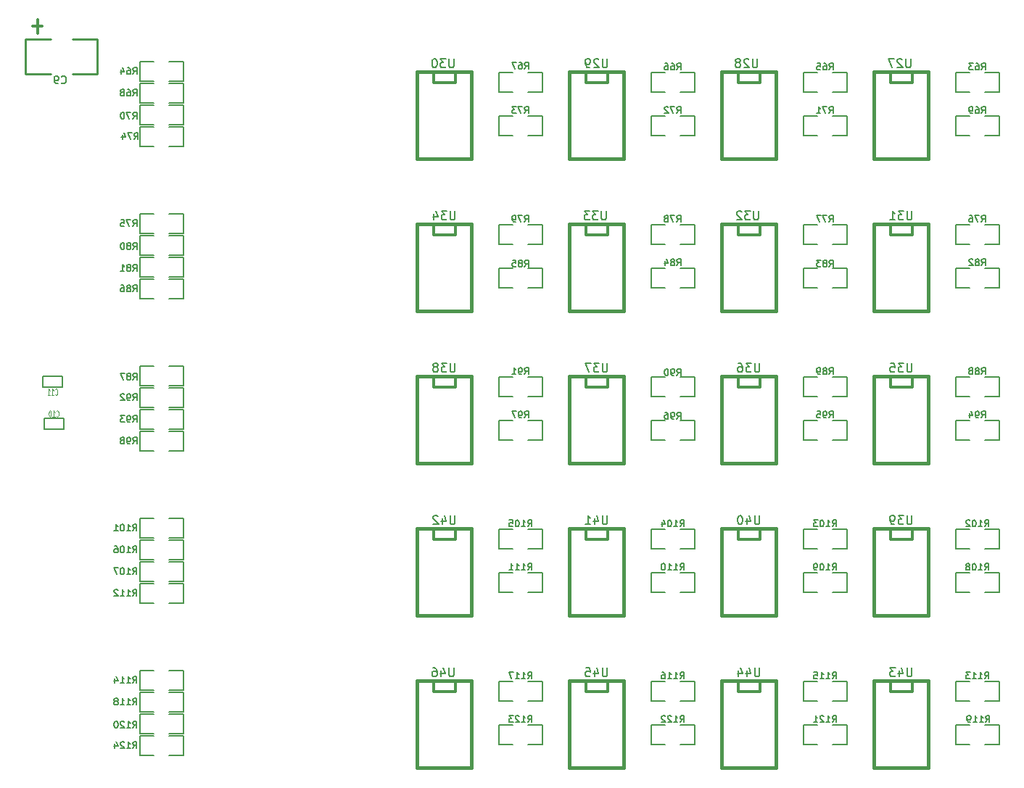
<source format=gbo>
G04 (created by PCBNEW (2013-03-31 BZR 4008)-stable) date 12/04/2013 5:07:08 PM*
%MOIN*%
G04 Gerber Fmt 3.4, Leading zero omitted, Abs format*
%FSLAX34Y34*%
G01*
G70*
G90*
G04 APERTURE LIST*
%ADD10C,2.3622e-006*%
%ADD11C,0.012*%
%ADD12C,0.005*%
%ADD13C,0.015*%
%ADD14C,0.01*%
%ADD15C,0.0045*%
%ADD16C,0.008*%
%ADD17C,0.006*%
G04 APERTURE END LIST*
G54D10*
G54D11*
X15728Y-7769D02*
X15271Y-7769D01*
X15499Y-8073D02*
X15499Y-7464D01*
G54D12*
X57700Y-10800D02*
X57700Y-9900D01*
X57700Y-9900D02*
X58350Y-9900D01*
X59050Y-10800D02*
X59700Y-10800D01*
X59700Y-10800D02*
X59700Y-9900D01*
X59700Y-9900D02*
X59050Y-9900D01*
X58350Y-10800D02*
X57700Y-10800D01*
X20200Y-10300D02*
X20200Y-9400D01*
X20200Y-9400D02*
X20850Y-9400D01*
X21550Y-10300D02*
X22200Y-10300D01*
X22200Y-10300D02*
X22200Y-9400D01*
X22200Y-9400D02*
X21550Y-9400D01*
X20850Y-10300D02*
X20200Y-10300D01*
X36700Y-12800D02*
X36700Y-11900D01*
X36700Y-11900D02*
X37350Y-11900D01*
X38050Y-12800D02*
X38700Y-12800D01*
X38700Y-12800D02*
X38700Y-11900D01*
X38700Y-11900D02*
X38050Y-11900D01*
X37350Y-12800D02*
X36700Y-12800D01*
X50700Y-19800D02*
X50700Y-18900D01*
X50700Y-18900D02*
X51350Y-18900D01*
X52050Y-19800D02*
X52700Y-19800D01*
X52700Y-19800D02*
X52700Y-18900D01*
X52700Y-18900D02*
X52050Y-18900D01*
X51350Y-19800D02*
X50700Y-19800D01*
X36700Y-17800D02*
X36700Y-16900D01*
X36700Y-16900D02*
X37350Y-16900D01*
X38050Y-17800D02*
X38700Y-17800D01*
X38700Y-17800D02*
X38700Y-16900D01*
X38700Y-16900D02*
X38050Y-16900D01*
X37350Y-17800D02*
X36700Y-17800D01*
X43700Y-17800D02*
X43700Y-16900D01*
X43700Y-16900D02*
X44350Y-16900D01*
X45050Y-17800D02*
X45700Y-17800D01*
X45700Y-17800D02*
X45700Y-16900D01*
X45700Y-16900D02*
X45050Y-16900D01*
X44350Y-17800D02*
X43700Y-17800D01*
X57700Y-19800D02*
X57700Y-18900D01*
X57700Y-18900D02*
X58350Y-18900D01*
X59050Y-19800D02*
X59700Y-19800D01*
X59700Y-19800D02*
X59700Y-18900D01*
X59700Y-18900D02*
X59050Y-18900D01*
X58350Y-19800D02*
X57700Y-19800D01*
X36700Y-24800D02*
X36700Y-23900D01*
X36700Y-23900D02*
X37350Y-23900D01*
X38050Y-24800D02*
X38700Y-24800D01*
X38700Y-24800D02*
X38700Y-23900D01*
X38700Y-23900D02*
X38050Y-23900D01*
X37350Y-24800D02*
X36700Y-24800D01*
X50700Y-24800D02*
X50700Y-23900D01*
X50700Y-23900D02*
X51350Y-23900D01*
X52050Y-24800D02*
X52700Y-24800D01*
X52700Y-24800D02*
X52700Y-23900D01*
X52700Y-23900D02*
X52050Y-23900D01*
X51350Y-24800D02*
X50700Y-24800D01*
X43700Y-24800D02*
X43700Y-23900D01*
X43700Y-23900D02*
X44350Y-23900D01*
X45050Y-24800D02*
X45700Y-24800D01*
X45700Y-24800D02*
X45700Y-23900D01*
X45700Y-23900D02*
X45050Y-23900D01*
X44350Y-24800D02*
X43700Y-24800D01*
X20200Y-25300D02*
X20200Y-24400D01*
X20200Y-24400D02*
X20850Y-24400D01*
X21550Y-25300D02*
X22200Y-25300D01*
X22200Y-25300D02*
X22200Y-24400D01*
X22200Y-24400D02*
X21550Y-24400D01*
X20850Y-25300D02*
X20200Y-25300D01*
X36700Y-10800D02*
X36700Y-9900D01*
X36700Y-9900D02*
X37350Y-9900D01*
X38050Y-10800D02*
X38700Y-10800D01*
X38700Y-10800D02*
X38700Y-9900D01*
X38700Y-9900D02*
X38050Y-9900D01*
X37350Y-10800D02*
X36700Y-10800D01*
X50700Y-10800D02*
X50700Y-9900D01*
X50700Y-9900D02*
X51350Y-9900D01*
X52050Y-10800D02*
X52700Y-10800D01*
X52700Y-10800D02*
X52700Y-9900D01*
X52700Y-9900D02*
X52050Y-9900D01*
X51350Y-10800D02*
X50700Y-10800D01*
X43700Y-10800D02*
X43700Y-9900D01*
X43700Y-9900D02*
X44350Y-9900D01*
X45050Y-10800D02*
X45700Y-10800D01*
X45700Y-10800D02*
X45700Y-9900D01*
X45700Y-9900D02*
X45050Y-9900D01*
X44350Y-10800D02*
X43700Y-10800D01*
X20200Y-11300D02*
X20200Y-10400D01*
X20200Y-10400D02*
X20850Y-10400D01*
X21550Y-11300D02*
X22200Y-11300D01*
X22200Y-11300D02*
X22200Y-10400D01*
X22200Y-10400D02*
X21550Y-10400D01*
X20850Y-11300D02*
X20200Y-11300D01*
X20200Y-17300D02*
X20200Y-16400D01*
X20200Y-16400D02*
X20850Y-16400D01*
X21550Y-17300D02*
X22200Y-17300D01*
X22200Y-17300D02*
X22200Y-16400D01*
X22200Y-16400D02*
X21550Y-16400D01*
X20850Y-17300D02*
X20200Y-17300D01*
X50700Y-12800D02*
X50700Y-11900D01*
X50700Y-11900D02*
X51350Y-11900D01*
X52050Y-12800D02*
X52700Y-12800D01*
X52700Y-12800D02*
X52700Y-11900D01*
X52700Y-11900D02*
X52050Y-11900D01*
X51350Y-12800D02*
X50700Y-12800D01*
X43700Y-12800D02*
X43700Y-11900D01*
X43700Y-11900D02*
X44350Y-11900D01*
X45050Y-12800D02*
X45700Y-12800D01*
X45700Y-12800D02*
X45700Y-11900D01*
X45700Y-11900D02*
X45050Y-11900D01*
X44350Y-12800D02*
X43700Y-12800D01*
X57700Y-17800D02*
X57700Y-16900D01*
X57700Y-16900D02*
X58350Y-16900D01*
X59050Y-17800D02*
X59700Y-17800D01*
X59700Y-17800D02*
X59700Y-16900D01*
X59700Y-16900D02*
X59050Y-16900D01*
X58350Y-17800D02*
X57700Y-17800D01*
X20200Y-13300D02*
X20200Y-12400D01*
X20200Y-12400D02*
X20850Y-12400D01*
X21550Y-13300D02*
X22200Y-13300D01*
X22200Y-13300D02*
X22200Y-12400D01*
X22200Y-12400D02*
X21550Y-12400D01*
X20850Y-13300D02*
X20200Y-13300D01*
X20200Y-12300D02*
X20200Y-11400D01*
X20200Y-11400D02*
X20850Y-11400D01*
X21550Y-12300D02*
X22200Y-12300D01*
X22200Y-12300D02*
X22200Y-11400D01*
X22200Y-11400D02*
X21550Y-11400D01*
X20850Y-12300D02*
X20200Y-12300D01*
X57700Y-12800D02*
X57700Y-11900D01*
X57700Y-11900D02*
X58350Y-11900D01*
X59050Y-12800D02*
X59700Y-12800D01*
X59700Y-12800D02*
X59700Y-11900D01*
X59700Y-11900D02*
X59050Y-11900D01*
X58350Y-12800D02*
X57700Y-12800D01*
X57700Y-38800D02*
X57700Y-37900D01*
X57700Y-37900D02*
X58350Y-37900D01*
X59050Y-38800D02*
X59700Y-38800D01*
X59700Y-38800D02*
X59700Y-37900D01*
X59700Y-37900D02*
X59050Y-37900D01*
X58350Y-38800D02*
X57700Y-38800D01*
X20200Y-38300D02*
X20200Y-37400D01*
X20200Y-37400D02*
X20850Y-37400D01*
X21550Y-38300D02*
X22200Y-38300D01*
X22200Y-38300D02*
X22200Y-37400D01*
X22200Y-37400D02*
X21550Y-37400D01*
X20850Y-38300D02*
X20200Y-38300D01*
X43700Y-38800D02*
X43700Y-37900D01*
X43700Y-37900D02*
X44350Y-37900D01*
X45050Y-38800D02*
X45700Y-38800D01*
X45700Y-38800D02*
X45700Y-37900D01*
X45700Y-37900D02*
X45050Y-37900D01*
X44350Y-38800D02*
X43700Y-38800D01*
X36700Y-40800D02*
X36700Y-39900D01*
X36700Y-39900D02*
X37350Y-39900D01*
X38050Y-40800D02*
X38700Y-40800D01*
X38700Y-40800D02*
X38700Y-39900D01*
X38700Y-39900D02*
X38050Y-39900D01*
X37350Y-40800D02*
X36700Y-40800D01*
X57700Y-40800D02*
X57700Y-39900D01*
X57700Y-39900D02*
X58350Y-39900D01*
X59050Y-40800D02*
X59700Y-40800D01*
X59700Y-40800D02*
X59700Y-39900D01*
X59700Y-39900D02*
X59050Y-39900D01*
X58350Y-40800D02*
X57700Y-40800D01*
X20200Y-40300D02*
X20200Y-39400D01*
X20200Y-39400D02*
X20850Y-39400D01*
X21550Y-40300D02*
X22200Y-40300D01*
X22200Y-40300D02*
X22200Y-39400D01*
X22200Y-39400D02*
X21550Y-39400D01*
X20850Y-40300D02*
X20200Y-40300D01*
X20200Y-41300D02*
X20200Y-40400D01*
X20200Y-40400D02*
X20850Y-40400D01*
X21550Y-41300D02*
X22200Y-41300D01*
X22200Y-41300D02*
X22200Y-40400D01*
X22200Y-40400D02*
X21550Y-40400D01*
X20850Y-41300D02*
X20200Y-41300D01*
X43700Y-40800D02*
X43700Y-39900D01*
X43700Y-39900D02*
X44350Y-39900D01*
X45050Y-40800D02*
X45700Y-40800D01*
X45700Y-40800D02*
X45700Y-39900D01*
X45700Y-39900D02*
X45050Y-39900D01*
X44350Y-40800D02*
X43700Y-40800D01*
X20200Y-39300D02*
X20200Y-38400D01*
X20200Y-38400D02*
X20850Y-38400D01*
X21550Y-39300D02*
X22200Y-39300D01*
X22200Y-39300D02*
X22200Y-38400D01*
X22200Y-38400D02*
X21550Y-38400D01*
X20850Y-39300D02*
X20200Y-39300D01*
X36700Y-38800D02*
X36700Y-37900D01*
X36700Y-37900D02*
X37350Y-37900D01*
X38050Y-38800D02*
X38700Y-38800D01*
X38700Y-38800D02*
X38700Y-37900D01*
X38700Y-37900D02*
X38050Y-37900D01*
X37350Y-38800D02*
X36700Y-38800D01*
X57700Y-33800D02*
X57700Y-32900D01*
X57700Y-32900D02*
X58350Y-32900D01*
X59050Y-33800D02*
X59700Y-33800D01*
X59700Y-33800D02*
X59700Y-32900D01*
X59700Y-32900D02*
X59050Y-32900D01*
X58350Y-33800D02*
X57700Y-33800D01*
X36700Y-31800D02*
X36700Y-30900D01*
X36700Y-30900D02*
X37350Y-30900D01*
X38050Y-31800D02*
X38700Y-31800D01*
X38700Y-31800D02*
X38700Y-30900D01*
X38700Y-30900D02*
X38050Y-30900D01*
X37350Y-31800D02*
X36700Y-31800D01*
X20200Y-31300D02*
X20200Y-30400D01*
X20200Y-30400D02*
X20850Y-30400D01*
X21550Y-31300D02*
X22200Y-31300D01*
X22200Y-31300D02*
X22200Y-30400D01*
X22200Y-30400D02*
X21550Y-30400D01*
X20850Y-31300D02*
X20200Y-31300D01*
X43700Y-31800D02*
X43700Y-30900D01*
X43700Y-30900D02*
X44350Y-30900D01*
X45050Y-31800D02*
X45700Y-31800D01*
X45700Y-31800D02*
X45700Y-30900D01*
X45700Y-30900D02*
X45050Y-30900D01*
X44350Y-31800D02*
X43700Y-31800D01*
X43700Y-33800D02*
X43700Y-32900D01*
X43700Y-32900D02*
X44350Y-32900D01*
X45050Y-33800D02*
X45700Y-33800D01*
X45700Y-33800D02*
X45700Y-32900D01*
X45700Y-32900D02*
X45050Y-32900D01*
X44350Y-33800D02*
X43700Y-33800D01*
X50700Y-33800D02*
X50700Y-32900D01*
X50700Y-32900D02*
X51350Y-32900D01*
X52050Y-33800D02*
X52700Y-33800D01*
X52700Y-33800D02*
X52700Y-32900D01*
X52700Y-32900D02*
X52050Y-32900D01*
X51350Y-33800D02*
X50700Y-33800D01*
X36700Y-33800D02*
X36700Y-32900D01*
X36700Y-32900D02*
X37350Y-32900D01*
X38050Y-33800D02*
X38700Y-33800D01*
X38700Y-33800D02*
X38700Y-32900D01*
X38700Y-32900D02*
X38050Y-32900D01*
X37350Y-33800D02*
X36700Y-33800D01*
X20200Y-34300D02*
X20200Y-33400D01*
X20200Y-33400D02*
X20850Y-33400D01*
X21550Y-34300D02*
X22200Y-34300D01*
X22200Y-34300D02*
X22200Y-33400D01*
X22200Y-33400D02*
X21550Y-33400D01*
X20850Y-34300D02*
X20200Y-34300D01*
X50700Y-40800D02*
X50700Y-39900D01*
X50700Y-39900D02*
X51350Y-39900D01*
X52050Y-40800D02*
X52700Y-40800D01*
X52700Y-40800D02*
X52700Y-39900D01*
X52700Y-39900D02*
X52050Y-39900D01*
X51350Y-40800D02*
X50700Y-40800D01*
X50700Y-26800D02*
X50700Y-25900D01*
X50700Y-25900D02*
X51350Y-25900D01*
X52050Y-26800D02*
X52700Y-26800D01*
X52700Y-26800D02*
X52700Y-25900D01*
X52700Y-25900D02*
X52050Y-25900D01*
X51350Y-26800D02*
X50700Y-26800D01*
X43700Y-26800D02*
X43700Y-25900D01*
X43700Y-25900D02*
X44350Y-25900D01*
X45050Y-26800D02*
X45700Y-26800D01*
X45700Y-26800D02*
X45700Y-25900D01*
X45700Y-25900D02*
X45050Y-25900D01*
X44350Y-26800D02*
X43700Y-26800D01*
X20200Y-27300D02*
X20200Y-26400D01*
X20200Y-26400D02*
X20850Y-26400D01*
X21550Y-27300D02*
X22200Y-27300D01*
X22200Y-27300D02*
X22200Y-26400D01*
X22200Y-26400D02*
X21550Y-26400D01*
X20850Y-27300D02*
X20200Y-27300D01*
X57700Y-26800D02*
X57700Y-25900D01*
X57700Y-25900D02*
X58350Y-25900D01*
X59050Y-26800D02*
X59700Y-26800D01*
X59700Y-26800D02*
X59700Y-25900D01*
X59700Y-25900D02*
X59050Y-25900D01*
X58350Y-26800D02*
X57700Y-26800D01*
X20200Y-26300D02*
X20200Y-25400D01*
X20200Y-25400D02*
X20850Y-25400D01*
X21550Y-26300D02*
X22200Y-26300D01*
X22200Y-26300D02*
X22200Y-25400D01*
X22200Y-25400D02*
X21550Y-25400D01*
X20850Y-26300D02*
X20200Y-26300D01*
X43700Y-19800D02*
X43700Y-18900D01*
X43700Y-18900D02*
X44350Y-18900D01*
X45050Y-19800D02*
X45700Y-19800D01*
X45700Y-19800D02*
X45700Y-18900D01*
X45700Y-18900D02*
X45050Y-18900D01*
X44350Y-19800D02*
X43700Y-19800D01*
X20200Y-19300D02*
X20200Y-18400D01*
X20200Y-18400D02*
X20850Y-18400D01*
X21550Y-19300D02*
X22200Y-19300D01*
X22200Y-19300D02*
X22200Y-18400D01*
X22200Y-18400D02*
X21550Y-18400D01*
X20850Y-19300D02*
X20200Y-19300D01*
X50700Y-17800D02*
X50700Y-16900D01*
X50700Y-16900D02*
X51350Y-16900D01*
X52050Y-17800D02*
X52700Y-17800D01*
X52700Y-17800D02*
X52700Y-16900D01*
X52700Y-16900D02*
X52050Y-16900D01*
X51350Y-17800D02*
X50700Y-17800D01*
X20200Y-18300D02*
X20200Y-17400D01*
X20200Y-17400D02*
X20850Y-17400D01*
X21550Y-18300D02*
X22200Y-18300D01*
X22200Y-18300D02*
X22200Y-17400D01*
X22200Y-17400D02*
X21550Y-17400D01*
X20850Y-18300D02*
X20200Y-18300D01*
X20200Y-20300D02*
X20200Y-19400D01*
X20200Y-19400D02*
X20850Y-19400D01*
X21550Y-20300D02*
X22200Y-20300D01*
X22200Y-20300D02*
X22200Y-19400D01*
X22200Y-19400D02*
X21550Y-19400D01*
X20850Y-20300D02*
X20200Y-20300D01*
X36700Y-19800D02*
X36700Y-18900D01*
X36700Y-18900D02*
X37350Y-18900D01*
X38050Y-19800D02*
X38700Y-19800D01*
X38700Y-19800D02*
X38700Y-18900D01*
X38700Y-18900D02*
X38050Y-18900D01*
X37350Y-19800D02*
X36700Y-19800D01*
X20200Y-24300D02*
X20200Y-23400D01*
X20200Y-23400D02*
X20850Y-23400D01*
X21550Y-24300D02*
X22200Y-24300D01*
X22200Y-24300D02*
X22200Y-23400D01*
X22200Y-23400D02*
X21550Y-23400D01*
X20850Y-24300D02*
X20200Y-24300D01*
X57700Y-24800D02*
X57700Y-23900D01*
X57700Y-23900D02*
X58350Y-23900D01*
X59050Y-24800D02*
X59700Y-24800D01*
X59700Y-24800D02*
X59700Y-23900D01*
X59700Y-23900D02*
X59050Y-23900D01*
X58350Y-24800D02*
X57700Y-24800D01*
X36700Y-26800D02*
X36700Y-25900D01*
X36700Y-25900D02*
X37350Y-25900D01*
X38050Y-26800D02*
X38700Y-26800D01*
X38700Y-26800D02*
X38700Y-25900D01*
X38700Y-25900D02*
X38050Y-25900D01*
X37350Y-26800D02*
X36700Y-26800D01*
X20200Y-33300D02*
X20200Y-32400D01*
X20200Y-32400D02*
X20850Y-32400D01*
X21550Y-33300D02*
X22200Y-33300D01*
X22200Y-33300D02*
X22200Y-32400D01*
X22200Y-32400D02*
X21550Y-32400D01*
X20850Y-33300D02*
X20200Y-33300D01*
X50700Y-31800D02*
X50700Y-30900D01*
X50700Y-30900D02*
X51350Y-30900D01*
X52050Y-31800D02*
X52700Y-31800D01*
X52700Y-31800D02*
X52700Y-30900D01*
X52700Y-30900D02*
X52050Y-30900D01*
X51350Y-31800D02*
X50700Y-31800D01*
X57700Y-31800D02*
X57700Y-30900D01*
X57700Y-30900D02*
X58350Y-30900D01*
X59050Y-31800D02*
X59700Y-31800D01*
X59700Y-31800D02*
X59700Y-30900D01*
X59700Y-30900D02*
X59050Y-30900D01*
X58350Y-31800D02*
X57700Y-31800D01*
X20200Y-32300D02*
X20200Y-31400D01*
X20200Y-31400D02*
X20850Y-31400D01*
X21550Y-32300D02*
X22200Y-32300D01*
X22200Y-32300D02*
X22200Y-31400D01*
X22200Y-31400D02*
X21550Y-31400D01*
X20850Y-32300D02*
X20200Y-32300D01*
X50700Y-38800D02*
X50700Y-37900D01*
X50700Y-37900D02*
X51350Y-37900D01*
X52050Y-38800D02*
X52700Y-38800D01*
X52700Y-38800D02*
X52700Y-37900D01*
X52700Y-37900D02*
X52050Y-37900D01*
X51350Y-38800D02*
X50700Y-38800D01*
X16700Y-25800D02*
X15800Y-25800D01*
X15800Y-25800D02*
X15800Y-26300D01*
X15800Y-26300D02*
X16700Y-26300D01*
X16700Y-26300D02*
X16700Y-25800D01*
X15750Y-24350D02*
X16650Y-24350D01*
X16650Y-24350D02*
X16650Y-23850D01*
X16650Y-23850D02*
X15750Y-23850D01*
X15750Y-23850D02*
X15750Y-24350D01*
G54D13*
X39950Y-23850D02*
X42450Y-23850D01*
X42450Y-23850D02*
X42450Y-27850D01*
X42450Y-27850D02*
X39950Y-27850D01*
X39950Y-27850D02*
X39950Y-23850D01*
G54D11*
X40700Y-23850D02*
X40700Y-24350D01*
X40700Y-24350D02*
X41700Y-24350D01*
X41700Y-24350D02*
X41700Y-23850D01*
G54D13*
X46950Y-9850D02*
X49450Y-9850D01*
X49450Y-9850D02*
X49450Y-13850D01*
X49450Y-13850D02*
X46950Y-13850D01*
X46950Y-13850D02*
X46950Y-9850D01*
G54D11*
X47700Y-9850D02*
X47700Y-10350D01*
X47700Y-10350D02*
X48700Y-10350D01*
X48700Y-10350D02*
X48700Y-9850D01*
G54D13*
X32950Y-37850D02*
X35450Y-37850D01*
X35450Y-37850D02*
X35450Y-41850D01*
X35450Y-41850D02*
X32950Y-41850D01*
X32950Y-41850D02*
X32950Y-37850D01*
G54D11*
X33700Y-37850D02*
X33700Y-38350D01*
X33700Y-38350D02*
X34700Y-38350D01*
X34700Y-38350D02*
X34700Y-37850D01*
G54D13*
X46950Y-23850D02*
X49450Y-23850D01*
X49450Y-23850D02*
X49450Y-27850D01*
X49450Y-27850D02*
X46950Y-27850D01*
X46950Y-27850D02*
X46950Y-23850D01*
G54D11*
X47700Y-23850D02*
X47700Y-24350D01*
X47700Y-24350D02*
X48700Y-24350D01*
X48700Y-24350D02*
X48700Y-23850D01*
G54D13*
X46950Y-37850D02*
X49450Y-37850D01*
X49450Y-37850D02*
X49450Y-41850D01*
X49450Y-41850D02*
X46950Y-41850D01*
X46950Y-41850D02*
X46950Y-37850D01*
G54D11*
X47700Y-37850D02*
X47700Y-38350D01*
X47700Y-38350D02*
X48700Y-38350D01*
X48700Y-38350D02*
X48700Y-37850D01*
G54D13*
X39950Y-16850D02*
X42450Y-16850D01*
X42450Y-16850D02*
X42450Y-20850D01*
X42450Y-20850D02*
X39950Y-20850D01*
X39950Y-20850D02*
X39950Y-16850D01*
G54D11*
X40700Y-16850D02*
X40700Y-17350D01*
X40700Y-17350D02*
X41700Y-17350D01*
X41700Y-17350D02*
X41700Y-16850D01*
G54D13*
X46950Y-16850D02*
X49450Y-16850D01*
X49450Y-16850D02*
X49450Y-20850D01*
X49450Y-20850D02*
X46950Y-20850D01*
X46950Y-20850D02*
X46950Y-16850D01*
G54D11*
X47700Y-16850D02*
X47700Y-17350D01*
X47700Y-17350D02*
X48700Y-17350D01*
X48700Y-17350D02*
X48700Y-16850D01*
G54D13*
X39950Y-9850D02*
X42450Y-9850D01*
X42450Y-9850D02*
X42450Y-13850D01*
X42450Y-13850D02*
X39950Y-13850D01*
X39950Y-13850D02*
X39950Y-9850D01*
G54D11*
X40700Y-9850D02*
X40700Y-10350D01*
X40700Y-10350D02*
X41700Y-10350D01*
X41700Y-10350D02*
X41700Y-9850D01*
G54D13*
X32950Y-9850D02*
X35450Y-9850D01*
X35450Y-9850D02*
X35450Y-13850D01*
X35450Y-13850D02*
X32950Y-13850D01*
X32950Y-13850D02*
X32950Y-9850D01*
G54D11*
X33700Y-9850D02*
X33700Y-10350D01*
X33700Y-10350D02*
X34700Y-10350D01*
X34700Y-10350D02*
X34700Y-9850D01*
G54D13*
X53950Y-37850D02*
X56450Y-37850D01*
X56450Y-37850D02*
X56450Y-41850D01*
X56450Y-41850D02*
X53950Y-41850D01*
X53950Y-41850D02*
X53950Y-37850D01*
G54D11*
X54700Y-37850D02*
X54700Y-38350D01*
X54700Y-38350D02*
X55700Y-38350D01*
X55700Y-38350D02*
X55700Y-37850D01*
G54D13*
X32950Y-16850D02*
X35450Y-16850D01*
X35450Y-16850D02*
X35450Y-20850D01*
X35450Y-20850D02*
X32950Y-20850D01*
X32950Y-20850D02*
X32950Y-16850D01*
G54D11*
X33700Y-16850D02*
X33700Y-17350D01*
X33700Y-17350D02*
X34700Y-17350D01*
X34700Y-17350D02*
X34700Y-16850D01*
G54D13*
X53950Y-9850D02*
X56450Y-9850D01*
X56450Y-9850D02*
X56450Y-13850D01*
X56450Y-13850D02*
X53950Y-13850D01*
X53950Y-13850D02*
X53950Y-9850D01*
G54D11*
X54700Y-9850D02*
X54700Y-10350D01*
X54700Y-10350D02*
X55700Y-10350D01*
X55700Y-10350D02*
X55700Y-9850D01*
G54D13*
X53950Y-30850D02*
X56450Y-30850D01*
X56450Y-30850D02*
X56450Y-34850D01*
X56450Y-34850D02*
X53950Y-34850D01*
X53950Y-34850D02*
X53950Y-30850D01*
G54D11*
X54700Y-30850D02*
X54700Y-31350D01*
X54700Y-31350D02*
X55700Y-31350D01*
X55700Y-31350D02*
X55700Y-30850D01*
G54D13*
X32950Y-23850D02*
X35450Y-23850D01*
X35450Y-23850D02*
X35450Y-27850D01*
X35450Y-27850D02*
X32950Y-27850D01*
X32950Y-27850D02*
X32950Y-23850D01*
G54D11*
X33700Y-23850D02*
X33700Y-24350D01*
X33700Y-24350D02*
X34700Y-24350D01*
X34700Y-24350D02*
X34700Y-23850D01*
G54D13*
X39950Y-30850D02*
X42450Y-30850D01*
X42450Y-30850D02*
X42450Y-34850D01*
X42450Y-34850D02*
X39950Y-34850D01*
X39950Y-34850D02*
X39950Y-30850D01*
G54D11*
X40700Y-30850D02*
X40700Y-31350D01*
X40700Y-31350D02*
X41700Y-31350D01*
X41700Y-31350D02*
X41700Y-30850D01*
G54D13*
X53950Y-23850D02*
X56450Y-23850D01*
X56450Y-23850D02*
X56450Y-27850D01*
X56450Y-27850D02*
X53950Y-27850D01*
X53950Y-27850D02*
X53950Y-23850D01*
G54D11*
X54700Y-23850D02*
X54700Y-24350D01*
X54700Y-24350D02*
X55700Y-24350D01*
X55700Y-24350D02*
X55700Y-23850D01*
G54D13*
X39950Y-37850D02*
X42450Y-37850D01*
X42450Y-37850D02*
X42450Y-41850D01*
X42450Y-41850D02*
X39950Y-41850D01*
X39950Y-41850D02*
X39950Y-37850D01*
G54D11*
X40700Y-37850D02*
X40700Y-38350D01*
X40700Y-38350D02*
X41700Y-38350D01*
X41700Y-38350D02*
X41700Y-37850D01*
G54D13*
X32950Y-30850D02*
X35450Y-30850D01*
X35450Y-30850D02*
X35450Y-34850D01*
X35450Y-34850D02*
X32950Y-34850D01*
X32950Y-34850D02*
X32950Y-30850D01*
G54D11*
X33700Y-30850D02*
X33700Y-31350D01*
X33700Y-31350D02*
X34700Y-31350D01*
X34700Y-31350D02*
X34700Y-30850D01*
G54D13*
X53950Y-16850D02*
X56450Y-16850D01*
X56450Y-16850D02*
X56450Y-20850D01*
X56450Y-20850D02*
X53950Y-20850D01*
X53950Y-20850D02*
X53950Y-16850D01*
G54D11*
X54700Y-16850D02*
X54700Y-17350D01*
X54700Y-17350D02*
X55700Y-17350D01*
X55700Y-17350D02*
X55700Y-16850D01*
G54D13*
X46950Y-30850D02*
X49450Y-30850D01*
X49450Y-30850D02*
X49450Y-34850D01*
X49450Y-34850D02*
X46950Y-34850D01*
X46950Y-34850D02*
X46950Y-30850D01*
G54D11*
X47700Y-30850D02*
X47700Y-31350D01*
X47700Y-31350D02*
X48700Y-31350D01*
X48700Y-31350D02*
X48700Y-30850D01*
G54D14*
X16100Y-9950D02*
X14950Y-9950D01*
X14950Y-9950D02*
X14950Y-8350D01*
X14950Y-8350D02*
X16100Y-8350D01*
X17100Y-9950D02*
X18250Y-9950D01*
X18250Y-9950D02*
X18250Y-8350D01*
X18250Y-8350D02*
X17100Y-8350D01*
G54D12*
X58892Y-9771D02*
X58992Y-9628D01*
X59064Y-9771D02*
X59064Y-9471D01*
X58950Y-9471D01*
X58921Y-9485D01*
X58907Y-9500D01*
X58892Y-9528D01*
X58892Y-9571D01*
X58907Y-9600D01*
X58921Y-9614D01*
X58950Y-9628D01*
X59064Y-9628D01*
X58635Y-9471D02*
X58692Y-9471D01*
X58721Y-9485D01*
X58735Y-9500D01*
X58764Y-9542D01*
X58778Y-9600D01*
X58778Y-9714D01*
X58764Y-9742D01*
X58750Y-9757D01*
X58721Y-9771D01*
X58664Y-9771D01*
X58635Y-9757D01*
X58621Y-9742D01*
X58607Y-9714D01*
X58607Y-9642D01*
X58621Y-9614D01*
X58635Y-9600D01*
X58664Y-9585D01*
X58721Y-9585D01*
X58750Y-9600D01*
X58764Y-9614D01*
X58778Y-9642D01*
X58507Y-9471D02*
X58321Y-9471D01*
X58421Y-9585D01*
X58378Y-9585D01*
X58350Y-9600D01*
X58335Y-9614D01*
X58321Y-9642D01*
X58321Y-9714D01*
X58335Y-9742D01*
X58350Y-9757D01*
X58378Y-9771D01*
X58464Y-9771D01*
X58492Y-9757D01*
X58507Y-9742D01*
X19892Y-9971D02*
X19992Y-9828D01*
X20064Y-9971D02*
X20064Y-9671D01*
X19950Y-9671D01*
X19921Y-9685D01*
X19907Y-9700D01*
X19892Y-9728D01*
X19892Y-9771D01*
X19907Y-9800D01*
X19921Y-9814D01*
X19950Y-9828D01*
X20064Y-9828D01*
X19635Y-9671D02*
X19692Y-9671D01*
X19721Y-9685D01*
X19735Y-9700D01*
X19764Y-9742D01*
X19778Y-9800D01*
X19778Y-9914D01*
X19764Y-9942D01*
X19750Y-9957D01*
X19721Y-9971D01*
X19664Y-9971D01*
X19635Y-9957D01*
X19621Y-9942D01*
X19607Y-9914D01*
X19607Y-9842D01*
X19621Y-9814D01*
X19635Y-9800D01*
X19664Y-9785D01*
X19721Y-9785D01*
X19750Y-9800D01*
X19764Y-9814D01*
X19778Y-9842D01*
X19350Y-9771D02*
X19350Y-9971D01*
X19421Y-9657D02*
X19492Y-9871D01*
X19307Y-9871D01*
X37892Y-11771D02*
X37992Y-11628D01*
X38064Y-11771D02*
X38064Y-11471D01*
X37950Y-11471D01*
X37921Y-11485D01*
X37907Y-11500D01*
X37892Y-11528D01*
X37892Y-11571D01*
X37907Y-11600D01*
X37921Y-11614D01*
X37950Y-11628D01*
X38064Y-11628D01*
X37792Y-11471D02*
X37592Y-11471D01*
X37721Y-11771D01*
X37507Y-11471D02*
X37321Y-11471D01*
X37421Y-11585D01*
X37378Y-11585D01*
X37350Y-11600D01*
X37335Y-11614D01*
X37321Y-11642D01*
X37321Y-11714D01*
X37335Y-11742D01*
X37350Y-11757D01*
X37378Y-11771D01*
X37464Y-11771D01*
X37492Y-11757D01*
X37507Y-11742D01*
X51892Y-18821D02*
X51992Y-18678D01*
X52064Y-18821D02*
X52064Y-18521D01*
X51950Y-18521D01*
X51921Y-18535D01*
X51907Y-18550D01*
X51892Y-18578D01*
X51892Y-18621D01*
X51907Y-18650D01*
X51921Y-18664D01*
X51950Y-18678D01*
X52064Y-18678D01*
X51721Y-18650D02*
X51750Y-18635D01*
X51764Y-18621D01*
X51778Y-18592D01*
X51778Y-18578D01*
X51764Y-18550D01*
X51750Y-18535D01*
X51721Y-18521D01*
X51664Y-18521D01*
X51635Y-18535D01*
X51621Y-18550D01*
X51607Y-18578D01*
X51607Y-18592D01*
X51621Y-18621D01*
X51635Y-18635D01*
X51664Y-18650D01*
X51721Y-18650D01*
X51750Y-18664D01*
X51764Y-18678D01*
X51778Y-18707D01*
X51778Y-18764D01*
X51764Y-18792D01*
X51750Y-18807D01*
X51721Y-18821D01*
X51664Y-18821D01*
X51635Y-18807D01*
X51621Y-18792D01*
X51607Y-18764D01*
X51607Y-18707D01*
X51621Y-18678D01*
X51635Y-18664D01*
X51664Y-18650D01*
X51507Y-18521D02*
X51321Y-18521D01*
X51421Y-18635D01*
X51378Y-18635D01*
X51350Y-18650D01*
X51335Y-18664D01*
X51321Y-18692D01*
X51321Y-18764D01*
X51335Y-18792D01*
X51350Y-18807D01*
X51378Y-18821D01*
X51464Y-18821D01*
X51492Y-18807D01*
X51507Y-18792D01*
X37892Y-16771D02*
X37992Y-16628D01*
X38064Y-16771D02*
X38064Y-16471D01*
X37950Y-16471D01*
X37921Y-16485D01*
X37907Y-16500D01*
X37892Y-16528D01*
X37892Y-16571D01*
X37907Y-16600D01*
X37921Y-16614D01*
X37950Y-16628D01*
X38064Y-16628D01*
X37792Y-16471D02*
X37592Y-16471D01*
X37721Y-16771D01*
X37464Y-16771D02*
X37407Y-16771D01*
X37378Y-16757D01*
X37364Y-16742D01*
X37335Y-16700D01*
X37321Y-16642D01*
X37321Y-16528D01*
X37335Y-16500D01*
X37350Y-16485D01*
X37378Y-16471D01*
X37435Y-16471D01*
X37464Y-16485D01*
X37478Y-16500D01*
X37492Y-16528D01*
X37492Y-16600D01*
X37478Y-16628D01*
X37464Y-16642D01*
X37435Y-16657D01*
X37378Y-16657D01*
X37350Y-16642D01*
X37335Y-16628D01*
X37321Y-16600D01*
X44892Y-16771D02*
X44992Y-16628D01*
X45064Y-16771D02*
X45064Y-16471D01*
X44950Y-16471D01*
X44921Y-16485D01*
X44907Y-16500D01*
X44892Y-16528D01*
X44892Y-16571D01*
X44907Y-16600D01*
X44921Y-16614D01*
X44950Y-16628D01*
X45064Y-16628D01*
X44792Y-16471D02*
X44592Y-16471D01*
X44721Y-16771D01*
X44435Y-16600D02*
X44464Y-16585D01*
X44478Y-16571D01*
X44492Y-16542D01*
X44492Y-16528D01*
X44478Y-16500D01*
X44464Y-16485D01*
X44435Y-16471D01*
X44378Y-16471D01*
X44350Y-16485D01*
X44335Y-16500D01*
X44321Y-16528D01*
X44321Y-16542D01*
X44335Y-16571D01*
X44350Y-16585D01*
X44378Y-16600D01*
X44435Y-16600D01*
X44464Y-16614D01*
X44478Y-16628D01*
X44492Y-16657D01*
X44492Y-16714D01*
X44478Y-16742D01*
X44464Y-16757D01*
X44435Y-16771D01*
X44378Y-16771D01*
X44350Y-16757D01*
X44335Y-16742D01*
X44321Y-16714D01*
X44321Y-16657D01*
X44335Y-16628D01*
X44350Y-16614D01*
X44378Y-16600D01*
X58892Y-18771D02*
X58992Y-18628D01*
X59064Y-18771D02*
X59064Y-18471D01*
X58950Y-18471D01*
X58921Y-18485D01*
X58907Y-18500D01*
X58892Y-18528D01*
X58892Y-18571D01*
X58907Y-18600D01*
X58921Y-18614D01*
X58950Y-18628D01*
X59064Y-18628D01*
X58721Y-18600D02*
X58750Y-18585D01*
X58764Y-18571D01*
X58778Y-18542D01*
X58778Y-18528D01*
X58764Y-18500D01*
X58750Y-18485D01*
X58721Y-18471D01*
X58664Y-18471D01*
X58635Y-18485D01*
X58621Y-18500D01*
X58607Y-18528D01*
X58607Y-18542D01*
X58621Y-18571D01*
X58635Y-18585D01*
X58664Y-18600D01*
X58721Y-18600D01*
X58750Y-18614D01*
X58764Y-18628D01*
X58778Y-18657D01*
X58778Y-18714D01*
X58764Y-18742D01*
X58750Y-18757D01*
X58721Y-18771D01*
X58664Y-18771D01*
X58635Y-18757D01*
X58621Y-18742D01*
X58607Y-18714D01*
X58607Y-18657D01*
X58621Y-18628D01*
X58635Y-18614D01*
X58664Y-18600D01*
X58492Y-18500D02*
X58478Y-18485D01*
X58450Y-18471D01*
X58378Y-18471D01*
X58350Y-18485D01*
X58335Y-18500D01*
X58321Y-18528D01*
X58321Y-18557D01*
X58335Y-18600D01*
X58507Y-18771D01*
X58321Y-18771D01*
X37892Y-23771D02*
X37992Y-23628D01*
X38064Y-23771D02*
X38064Y-23471D01*
X37950Y-23471D01*
X37921Y-23485D01*
X37907Y-23500D01*
X37892Y-23528D01*
X37892Y-23571D01*
X37907Y-23600D01*
X37921Y-23614D01*
X37950Y-23628D01*
X38064Y-23628D01*
X37750Y-23771D02*
X37692Y-23771D01*
X37664Y-23757D01*
X37650Y-23742D01*
X37621Y-23700D01*
X37607Y-23642D01*
X37607Y-23528D01*
X37621Y-23500D01*
X37635Y-23485D01*
X37664Y-23471D01*
X37721Y-23471D01*
X37750Y-23485D01*
X37764Y-23500D01*
X37778Y-23528D01*
X37778Y-23600D01*
X37764Y-23628D01*
X37750Y-23642D01*
X37721Y-23657D01*
X37664Y-23657D01*
X37635Y-23642D01*
X37621Y-23628D01*
X37607Y-23600D01*
X37321Y-23771D02*
X37492Y-23771D01*
X37407Y-23771D02*
X37407Y-23471D01*
X37435Y-23514D01*
X37464Y-23542D01*
X37492Y-23557D01*
X51892Y-23771D02*
X51992Y-23628D01*
X52064Y-23771D02*
X52064Y-23471D01*
X51950Y-23471D01*
X51921Y-23485D01*
X51907Y-23500D01*
X51892Y-23528D01*
X51892Y-23571D01*
X51907Y-23600D01*
X51921Y-23614D01*
X51950Y-23628D01*
X52064Y-23628D01*
X51721Y-23600D02*
X51750Y-23585D01*
X51764Y-23571D01*
X51778Y-23542D01*
X51778Y-23528D01*
X51764Y-23500D01*
X51750Y-23485D01*
X51721Y-23471D01*
X51664Y-23471D01*
X51635Y-23485D01*
X51621Y-23500D01*
X51607Y-23528D01*
X51607Y-23542D01*
X51621Y-23571D01*
X51635Y-23585D01*
X51664Y-23600D01*
X51721Y-23600D01*
X51750Y-23614D01*
X51764Y-23628D01*
X51778Y-23657D01*
X51778Y-23714D01*
X51764Y-23742D01*
X51750Y-23757D01*
X51721Y-23771D01*
X51664Y-23771D01*
X51635Y-23757D01*
X51621Y-23742D01*
X51607Y-23714D01*
X51607Y-23657D01*
X51621Y-23628D01*
X51635Y-23614D01*
X51664Y-23600D01*
X51464Y-23771D02*
X51407Y-23771D01*
X51378Y-23757D01*
X51364Y-23742D01*
X51335Y-23700D01*
X51321Y-23642D01*
X51321Y-23528D01*
X51335Y-23500D01*
X51350Y-23485D01*
X51378Y-23471D01*
X51435Y-23471D01*
X51464Y-23485D01*
X51478Y-23500D01*
X51492Y-23528D01*
X51492Y-23600D01*
X51478Y-23628D01*
X51464Y-23642D01*
X51435Y-23657D01*
X51378Y-23657D01*
X51350Y-23642D01*
X51335Y-23628D01*
X51321Y-23600D01*
X44892Y-23821D02*
X44992Y-23678D01*
X45064Y-23821D02*
X45064Y-23521D01*
X44950Y-23521D01*
X44921Y-23535D01*
X44907Y-23550D01*
X44892Y-23578D01*
X44892Y-23621D01*
X44907Y-23650D01*
X44921Y-23664D01*
X44950Y-23678D01*
X45064Y-23678D01*
X44750Y-23821D02*
X44692Y-23821D01*
X44664Y-23807D01*
X44650Y-23792D01*
X44621Y-23750D01*
X44607Y-23692D01*
X44607Y-23578D01*
X44621Y-23550D01*
X44635Y-23535D01*
X44664Y-23521D01*
X44721Y-23521D01*
X44750Y-23535D01*
X44764Y-23550D01*
X44778Y-23578D01*
X44778Y-23650D01*
X44764Y-23678D01*
X44750Y-23692D01*
X44721Y-23707D01*
X44664Y-23707D01*
X44635Y-23692D01*
X44621Y-23678D01*
X44607Y-23650D01*
X44421Y-23521D02*
X44392Y-23521D01*
X44364Y-23535D01*
X44350Y-23550D01*
X44335Y-23578D01*
X44321Y-23635D01*
X44321Y-23707D01*
X44335Y-23764D01*
X44350Y-23792D01*
X44364Y-23807D01*
X44392Y-23821D01*
X44421Y-23821D01*
X44450Y-23807D01*
X44464Y-23792D01*
X44478Y-23764D01*
X44492Y-23707D01*
X44492Y-23635D01*
X44478Y-23578D01*
X44464Y-23550D01*
X44450Y-23535D01*
X44421Y-23521D01*
X19892Y-24971D02*
X19992Y-24828D01*
X20064Y-24971D02*
X20064Y-24671D01*
X19950Y-24671D01*
X19921Y-24685D01*
X19907Y-24700D01*
X19892Y-24728D01*
X19892Y-24771D01*
X19907Y-24800D01*
X19921Y-24814D01*
X19950Y-24828D01*
X20064Y-24828D01*
X19750Y-24971D02*
X19692Y-24971D01*
X19664Y-24957D01*
X19650Y-24942D01*
X19621Y-24900D01*
X19607Y-24842D01*
X19607Y-24728D01*
X19621Y-24700D01*
X19635Y-24685D01*
X19664Y-24671D01*
X19721Y-24671D01*
X19750Y-24685D01*
X19764Y-24700D01*
X19778Y-24728D01*
X19778Y-24800D01*
X19764Y-24828D01*
X19750Y-24842D01*
X19721Y-24857D01*
X19664Y-24857D01*
X19635Y-24842D01*
X19621Y-24828D01*
X19607Y-24800D01*
X19492Y-24700D02*
X19478Y-24685D01*
X19450Y-24671D01*
X19378Y-24671D01*
X19350Y-24685D01*
X19335Y-24700D01*
X19321Y-24728D01*
X19321Y-24757D01*
X19335Y-24800D01*
X19507Y-24971D01*
X19321Y-24971D01*
X37892Y-9721D02*
X37992Y-9578D01*
X38064Y-9721D02*
X38064Y-9421D01*
X37950Y-9421D01*
X37921Y-9435D01*
X37907Y-9450D01*
X37892Y-9478D01*
X37892Y-9521D01*
X37907Y-9550D01*
X37921Y-9564D01*
X37950Y-9578D01*
X38064Y-9578D01*
X37635Y-9421D02*
X37692Y-9421D01*
X37721Y-9435D01*
X37735Y-9450D01*
X37764Y-9492D01*
X37778Y-9550D01*
X37778Y-9664D01*
X37764Y-9692D01*
X37750Y-9707D01*
X37721Y-9721D01*
X37664Y-9721D01*
X37635Y-9707D01*
X37621Y-9692D01*
X37607Y-9664D01*
X37607Y-9592D01*
X37621Y-9564D01*
X37635Y-9550D01*
X37664Y-9535D01*
X37721Y-9535D01*
X37750Y-9550D01*
X37764Y-9564D01*
X37778Y-9592D01*
X37507Y-9421D02*
X37307Y-9421D01*
X37435Y-9721D01*
X51892Y-9771D02*
X51992Y-9628D01*
X52064Y-9771D02*
X52064Y-9471D01*
X51950Y-9471D01*
X51921Y-9485D01*
X51907Y-9500D01*
X51892Y-9528D01*
X51892Y-9571D01*
X51907Y-9600D01*
X51921Y-9614D01*
X51950Y-9628D01*
X52064Y-9628D01*
X51635Y-9471D02*
X51692Y-9471D01*
X51721Y-9485D01*
X51735Y-9500D01*
X51764Y-9542D01*
X51778Y-9600D01*
X51778Y-9714D01*
X51764Y-9742D01*
X51750Y-9757D01*
X51721Y-9771D01*
X51664Y-9771D01*
X51635Y-9757D01*
X51621Y-9742D01*
X51607Y-9714D01*
X51607Y-9642D01*
X51621Y-9614D01*
X51635Y-9600D01*
X51664Y-9585D01*
X51721Y-9585D01*
X51750Y-9600D01*
X51764Y-9614D01*
X51778Y-9642D01*
X51335Y-9471D02*
X51478Y-9471D01*
X51492Y-9614D01*
X51478Y-9600D01*
X51450Y-9585D01*
X51378Y-9585D01*
X51350Y-9600D01*
X51335Y-9614D01*
X51321Y-9642D01*
X51321Y-9714D01*
X51335Y-9742D01*
X51350Y-9757D01*
X51378Y-9771D01*
X51450Y-9771D01*
X51478Y-9757D01*
X51492Y-9742D01*
X44892Y-9771D02*
X44992Y-9628D01*
X45064Y-9771D02*
X45064Y-9471D01*
X44950Y-9471D01*
X44921Y-9485D01*
X44907Y-9500D01*
X44892Y-9528D01*
X44892Y-9571D01*
X44907Y-9600D01*
X44921Y-9614D01*
X44950Y-9628D01*
X45064Y-9628D01*
X44635Y-9471D02*
X44692Y-9471D01*
X44721Y-9485D01*
X44735Y-9500D01*
X44764Y-9542D01*
X44778Y-9600D01*
X44778Y-9714D01*
X44764Y-9742D01*
X44750Y-9757D01*
X44721Y-9771D01*
X44664Y-9771D01*
X44635Y-9757D01*
X44621Y-9742D01*
X44607Y-9714D01*
X44607Y-9642D01*
X44621Y-9614D01*
X44635Y-9600D01*
X44664Y-9585D01*
X44721Y-9585D01*
X44750Y-9600D01*
X44764Y-9614D01*
X44778Y-9642D01*
X44350Y-9471D02*
X44407Y-9471D01*
X44435Y-9485D01*
X44450Y-9500D01*
X44478Y-9542D01*
X44492Y-9600D01*
X44492Y-9714D01*
X44478Y-9742D01*
X44464Y-9757D01*
X44435Y-9771D01*
X44378Y-9771D01*
X44350Y-9757D01*
X44335Y-9742D01*
X44321Y-9714D01*
X44321Y-9642D01*
X44335Y-9614D01*
X44350Y-9600D01*
X44378Y-9585D01*
X44435Y-9585D01*
X44464Y-9600D01*
X44478Y-9614D01*
X44492Y-9642D01*
X19892Y-10971D02*
X19992Y-10828D01*
X20064Y-10971D02*
X20064Y-10671D01*
X19950Y-10671D01*
X19921Y-10685D01*
X19907Y-10700D01*
X19892Y-10728D01*
X19892Y-10771D01*
X19907Y-10800D01*
X19921Y-10814D01*
X19950Y-10828D01*
X20064Y-10828D01*
X19635Y-10671D02*
X19692Y-10671D01*
X19721Y-10685D01*
X19735Y-10700D01*
X19764Y-10742D01*
X19778Y-10800D01*
X19778Y-10914D01*
X19764Y-10942D01*
X19750Y-10957D01*
X19721Y-10971D01*
X19664Y-10971D01*
X19635Y-10957D01*
X19621Y-10942D01*
X19607Y-10914D01*
X19607Y-10842D01*
X19621Y-10814D01*
X19635Y-10800D01*
X19664Y-10785D01*
X19721Y-10785D01*
X19750Y-10800D01*
X19764Y-10814D01*
X19778Y-10842D01*
X19435Y-10800D02*
X19464Y-10785D01*
X19478Y-10771D01*
X19492Y-10742D01*
X19492Y-10728D01*
X19478Y-10700D01*
X19464Y-10685D01*
X19435Y-10671D01*
X19378Y-10671D01*
X19350Y-10685D01*
X19335Y-10700D01*
X19321Y-10728D01*
X19321Y-10742D01*
X19335Y-10771D01*
X19350Y-10785D01*
X19378Y-10800D01*
X19435Y-10800D01*
X19464Y-10814D01*
X19478Y-10828D01*
X19492Y-10857D01*
X19492Y-10914D01*
X19478Y-10942D01*
X19464Y-10957D01*
X19435Y-10971D01*
X19378Y-10971D01*
X19350Y-10957D01*
X19335Y-10942D01*
X19321Y-10914D01*
X19321Y-10857D01*
X19335Y-10828D01*
X19350Y-10814D01*
X19378Y-10800D01*
X19892Y-16971D02*
X19992Y-16828D01*
X20064Y-16971D02*
X20064Y-16671D01*
X19950Y-16671D01*
X19921Y-16685D01*
X19907Y-16700D01*
X19892Y-16728D01*
X19892Y-16771D01*
X19907Y-16800D01*
X19921Y-16814D01*
X19950Y-16828D01*
X20064Y-16828D01*
X19792Y-16671D02*
X19592Y-16671D01*
X19721Y-16971D01*
X19335Y-16671D02*
X19478Y-16671D01*
X19492Y-16814D01*
X19478Y-16800D01*
X19450Y-16785D01*
X19378Y-16785D01*
X19350Y-16800D01*
X19335Y-16814D01*
X19321Y-16842D01*
X19321Y-16914D01*
X19335Y-16942D01*
X19350Y-16957D01*
X19378Y-16971D01*
X19450Y-16971D01*
X19478Y-16957D01*
X19492Y-16942D01*
X51892Y-11771D02*
X51992Y-11628D01*
X52064Y-11771D02*
X52064Y-11471D01*
X51950Y-11471D01*
X51921Y-11485D01*
X51907Y-11500D01*
X51892Y-11528D01*
X51892Y-11571D01*
X51907Y-11600D01*
X51921Y-11614D01*
X51950Y-11628D01*
X52064Y-11628D01*
X51792Y-11471D02*
X51592Y-11471D01*
X51721Y-11771D01*
X51321Y-11771D02*
X51492Y-11771D01*
X51407Y-11771D02*
X51407Y-11471D01*
X51435Y-11514D01*
X51464Y-11542D01*
X51492Y-11557D01*
X44892Y-11771D02*
X44992Y-11628D01*
X45064Y-11771D02*
X45064Y-11471D01*
X44950Y-11471D01*
X44921Y-11485D01*
X44907Y-11500D01*
X44892Y-11528D01*
X44892Y-11571D01*
X44907Y-11600D01*
X44921Y-11614D01*
X44950Y-11628D01*
X45064Y-11628D01*
X44792Y-11471D02*
X44592Y-11471D01*
X44721Y-11771D01*
X44492Y-11500D02*
X44478Y-11485D01*
X44450Y-11471D01*
X44378Y-11471D01*
X44350Y-11485D01*
X44335Y-11500D01*
X44321Y-11528D01*
X44321Y-11557D01*
X44335Y-11600D01*
X44507Y-11771D01*
X44321Y-11771D01*
X58892Y-16771D02*
X58992Y-16628D01*
X59064Y-16771D02*
X59064Y-16471D01*
X58950Y-16471D01*
X58921Y-16485D01*
X58907Y-16500D01*
X58892Y-16528D01*
X58892Y-16571D01*
X58907Y-16600D01*
X58921Y-16614D01*
X58950Y-16628D01*
X59064Y-16628D01*
X58792Y-16471D02*
X58592Y-16471D01*
X58721Y-16771D01*
X58350Y-16471D02*
X58407Y-16471D01*
X58435Y-16485D01*
X58450Y-16500D01*
X58478Y-16542D01*
X58492Y-16600D01*
X58492Y-16714D01*
X58478Y-16742D01*
X58464Y-16757D01*
X58435Y-16771D01*
X58378Y-16771D01*
X58350Y-16757D01*
X58335Y-16742D01*
X58321Y-16714D01*
X58321Y-16642D01*
X58335Y-16614D01*
X58350Y-16600D01*
X58378Y-16585D01*
X58435Y-16585D01*
X58464Y-16600D01*
X58478Y-16614D01*
X58492Y-16642D01*
X19942Y-12971D02*
X20042Y-12828D01*
X20114Y-12971D02*
X20114Y-12671D01*
X20000Y-12671D01*
X19971Y-12685D01*
X19957Y-12700D01*
X19942Y-12728D01*
X19942Y-12771D01*
X19957Y-12800D01*
X19971Y-12814D01*
X20000Y-12828D01*
X20114Y-12828D01*
X19842Y-12671D02*
X19642Y-12671D01*
X19771Y-12971D01*
X19400Y-12771D02*
X19400Y-12971D01*
X19471Y-12657D02*
X19542Y-12871D01*
X19357Y-12871D01*
X19892Y-12021D02*
X19992Y-11878D01*
X20064Y-12021D02*
X20064Y-11721D01*
X19950Y-11721D01*
X19921Y-11735D01*
X19907Y-11750D01*
X19892Y-11778D01*
X19892Y-11821D01*
X19907Y-11850D01*
X19921Y-11864D01*
X19950Y-11878D01*
X20064Y-11878D01*
X19792Y-11721D02*
X19592Y-11721D01*
X19721Y-12021D01*
X19421Y-11721D02*
X19392Y-11721D01*
X19364Y-11735D01*
X19350Y-11750D01*
X19335Y-11778D01*
X19321Y-11835D01*
X19321Y-11907D01*
X19335Y-11964D01*
X19350Y-11992D01*
X19364Y-12007D01*
X19392Y-12021D01*
X19421Y-12021D01*
X19450Y-12007D01*
X19464Y-11992D01*
X19478Y-11964D01*
X19492Y-11907D01*
X19492Y-11835D01*
X19478Y-11778D01*
X19464Y-11750D01*
X19450Y-11735D01*
X19421Y-11721D01*
X58892Y-11771D02*
X58992Y-11628D01*
X59064Y-11771D02*
X59064Y-11471D01*
X58950Y-11471D01*
X58921Y-11485D01*
X58907Y-11500D01*
X58892Y-11528D01*
X58892Y-11571D01*
X58907Y-11600D01*
X58921Y-11614D01*
X58950Y-11628D01*
X59064Y-11628D01*
X58635Y-11471D02*
X58692Y-11471D01*
X58721Y-11485D01*
X58735Y-11500D01*
X58764Y-11542D01*
X58778Y-11600D01*
X58778Y-11714D01*
X58764Y-11742D01*
X58750Y-11757D01*
X58721Y-11771D01*
X58664Y-11771D01*
X58635Y-11757D01*
X58621Y-11742D01*
X58607Y-11714D01*
X58607Y-11642D01*
X58621Y-11614D01*
X58635Y-11600D01*
X58664Y-11585D01*
X58721Y-11585D01*
X58750Y-11600D01*
X58764Y-11614D01*
X58778Y-11642D01*
X58464Y-11771D02*
X58407Y-11771D01*
X58378Y-11757D01*
X58364Y-11742D01*
X58335Y-11700D01*
X58321Y-11642D01*
X58321Y-11528D01*
X58335Y-11500D01*
X58350Y-11485D01*
X58378Y-11471D01*
X58435Y-11471D01*
X58464Y-11485D01*
X58478Y-11500D01*
X58492Y-11528D01*
X58492Y-11600D01*
X58478Y-11628D01*
X58464Y-11642D01*
X58435Y-11657D01*
X58378Y-11657D01*
X58350Y-11642D01*
X58335Y-11628D01*
X58321Y-11600D01*
X59035Y-37771D02*
X59135Y-37628D01*
X59207Y-37771D02*
X59207Y-37471D01*
X59092Y-37471D01*
X59064Y-37485D01*
X59050Y-37500D01*
X59035Y-37528D01*
X59035Y-37571D01*
X59050Y-37600D01*
X59064Y-37614D01*
X59092Y-37628D01*
X59207Y-37628D01*
X58750Y-37771D02*
X58921Y-37771D01*
X58835Y-37771D02*
X58835Y-37471D01*
X58864Y-37514D01*
X58892Y-37542D01*
X58921Y-37557D01*
X58464Y-37771D02*
X58635Y-37771D01*
X58550Y-37771D02*
X58550Y-37471D01*
X58578Y-37514D01*
X58607Y-37542D01*
X58635Y-37557D01*
X58364Y-37471D02*
X58178Y-37471D01*
X58278Y-37585D01*
X58235Y-37585D01*
X58207Y-37600D01*
X58192Y-37614D01*
X58178Y-37642D01*
X58178Y-37714D01*
X58192Y-37742D01*
X58207Y-37757D01*
X58235Y-37771D01*
X58321Y-37771D01*
X58350Y-37757D01*
X58364Y-37742D01*
X19885Y-37971D02*
X19985Y-37828D01*
X20057Y-37971D02*
X20057Y-37671D01*
X19942Y-37671D01*
X19914Y-37685D01*
X19900Y-37700D01*
X19885Y-37728D01*
X19885Y-37771D01*
X19900Y-37800D01*
X19914Y-37814D01*
X19942Y-37828D01*
X20057Y-37828D01*
X19600Y-37971D02*
X19771Y-37971D01*
X19685Y-37971D02*
X19685Y-37671D01*
X19714Y-37714D01*
X19742Y-37742D01*
X19771Y-37757D01*
X19314Y-37971D02*
X19485Y-37971D01*
X19400Y-37971D02*
X19400Y-37671D01*
X19428Y-37714D01*
X19457Y-37742D01*
X19485Y-37757D01*
X19057Y-37771D02*
X19057Y-37971D01*
X19128Y-37657D02*
X19200Y-37871D01*
X19014Y-37871D01*
X45035Y-37771D02*
X45135Y-37628D01*
X45207Y-37771D02*
X45207Y-37471D01*
X45092Y-37471D01*
X45064Y-37485D01*
X45050Y-37500D01*
X45035Y-37528D01*
X45035Y-37571D01*
X45050Y-37600D01*
X45064Y-37614D01*
X45092Y-37628D01*
X45207Y-37628D01*
X44750Y-37771D02*
X44921Y-37771D01*
X44835Y-37771D02*
X44835Y-37471D01*
X44864Y-37514D01*
X44892Y-37542D01*
X44921Y-37557D01*
X44464Y-37771D02*
X44635Y-37771D01*
X44550Y-37771D02*
X44550Y-37471D01*
X44578Y-37514D01*
X44607Y-37542D01*
X44635Y-37557D01*
X44207Y-37471D02*
X44264Y-37471D01*
X44292Y-37485D01*
X44307Y-37500D01*
X44335Y-37542D01*
X44350Y-37600D01*
X44350Y-37714D01*
X44335Y-37742D01*
X44321Y-37757D01*
X44292Y-37771D01*
X44235Y-37771D01*
X44207Y-37757D01*
X44192Y-37742D01*
X44178Y-37714D01*
X44178Y-37642D01*
X44192Y-37614D01*
X44207Y-37600D01*
X44235Y-37585D01*
X44292Y-37585D01*
X44321Y-37600D01*
X44335Y-37614D01*
X44350Y-37642D01*
X38035Y-39771D02*
X38135Y-39628D01*
X38207Y-39771D02*
X38207Y-39471D01*
X38092Y-39471D01*
X38064Y-39485D01*
X38050Y-39500D01*
X38035Y-39528D01*
X38035Y-39571D01*
X38050Y-39600D01*
X38064Y-39614D01*
X38092Y-39628D01*
X38207Y-39628D01*
X37750Y-39771D02*
X37921Y-39771D01*
X37835Y-39771D02*
X37835Y-39471D01*
X37864Y-39514D01*
X37892Y-39542D01*
X37921Y-39557D01*
X37635Y-39500D02*
X37621Y-39485D01*
X37592Y-39471D01*
X37521Y-39471D01*
X37492Y-39485D01*
X37478Y-39500D01*
X37464Y-39528D01*
X37464Y-39557D01*
X37478Y-39600D01*
X37650Y-39771D01*
X37464Y-39771D01*
X37364Y-39471D02*
X37178Y-39471D01*
X37278Y-39585D01*
X37235Y-39585D01*
X37207Y-39600D01*
X37192Y-39614D01*
X37178Y-39642D01*
X37178Y-39714D01*
X37192Y-39742D01*
X37207Y-39757D01*
X37235Y-39771D01*
X37321Y-39771D01*
X37350Y-39757D01*
X37364Y-39742D01*
X59085Y-39771D02*
X59185Y-39628D01*
X59257Y-39771D02*
X59257Y-39471D01*
X59142Y-39471D01*
X59114Y-39485D01*
X59100Y-39500D01*
X59085Y-39528D01*
X59085Y-39571D01*
X59100Y-39600D01*
X59114Y-39614D01*
X59142Y-39628D01*
X59257Y-39628D01*
X58800Y-39771D02*
X58971Y-39771D01*
X58885Y-39771D02*
X58885Y-39471D01*
X58914Y-39514D01*
X58942Y-39542D01*
X58971Y-39557D01*
X58514Y-39771D02*
X58685Y-39771D01*
X58600Y-39771D02*
X58600Y-39471D01*
X58628Y-39514D01*
X58657Y-39542D01*
X58685Y-39557D01*
X58371Y-39771D02*
X58314Y-39771D01*
X58285Y-39757D01*
X58271Y-39742D01*
X58242Y-39700D01*
X58228Y-39642D01*
X58228Y-39528D01*
X58242Y-39500D01*
X58257Y-39485D01*
X58285Y-39471D01*
X58342Y-39471D01*
X58371Y-39485D01*
X58385Y-39500D01*
X58400Y-39528D01*
X58400Y-39600D01*
X58385Y-39628D01*
X58371Y-39642D01*
X58342Y-39657D01*
X58285Y-39657D01*
X58257Y-39642D01*
X58242Y-39628D01*
X58228Y-39600D01*
X19885Y-40021D02*
X19985Y-39878D01*
X20057Y-40021D02*
X20057Y-39721D01*
X19942Y-39721D01*
X19914Y-39735D01*
X19900Y-39750D01*
X19885Y-39778D01*
X19885Y-39821D01*
X19900Y-39850D01*
X19914Y-39864D01*
X19942Y-39878D01*
X20057Y-39878D01*
X19600Y-40021D02*
X19771Y-40021D01*
X19685Y-40021D02*
X19685Y-39721D01*
X19714Y-39764D01*
X19742Y-39792D01*
X19771Y-39807D01*
X19485Y-39750D02*
X19471Y-39735D01*
X19442Y-39721D01*
X19371Y-39721D01*
X19342Y-39735D01*
X19328Y-39750D01*
X19314Y-39778D01*
X19314Y-39807D01*
X19328Y-39850D01*
X19500Y-40021D01*
X19314Y-40021D01*
X19128Y-39721D02*
X19100Y-39721D01*
X19071Y-39735D01*
X19057Y-39750D01*
X19042Y-39778D01*
X19028Y-39835D01*
X19028Y-39907D01*
X19042Y-39964D01*
X19057Y-39992D01*
X19071Y-40007D01*
X19100Y-40021D01*
X19128Y-40021D01*
X19157Y-40007D01*
X19171Y-39992D01*
X19185Y-39964D01*
X19200Y-39907D01*
X19200Y-39835D01*
X19185Y-39778D01*
X19171Y-39750D01*
X19157Y-39735D01*
X19128Y-39721D01*
X19885Y-40971D02*
X19985Y-40828D01*
X20057Y-40971D02*
X20057Y-40671D01*
X19942Y-40671D01*
X19914Y-40685D01*
X19900Y-40700D01*
X19885Y-40728D01*
X19885Y-40771D01*
X19900Y-40800D01*
X19914Y-40814D01*
X19942Y-40828D01*
X20057Y-40828D01*
X19600Y-40971D02*
X19771Y-40971D01*
X19685Y-40971D02*
X19685Y-40671D01*
X19714Y-40714D01*
X19742Y-40742D01*
X19771Y-40757D01*
X19485Y-40700D02*
X19471Y-40685D01*
X19442Y-40671D01*
X19371Y-40671D01*
X19342Y-40685D01*
X19328Y-40700D01*
X19314Y-40728D01*
X19314Y-40757D01*
X19328Y-40800D01*
X19500Y-40971D01*
X19314Y-40971D01*
X19057Y-40771D02*
X19057Y-40971D01*
X19128Y-40657D02*
X19200Y-40871D01*
X19014Y-40871D01*
X45035Y-39771D02*
X45135Y-39628D01*
X45207Y-39771D02*
X45207Y-39471D01*
X45092Y-39471D01*
X45064Y-39485D01*
X45050Y-39500D01*
X45035Y-39528D01*
X45035Y-39571D01*
X45050Y-39600D01*
X45064Y-39614D01*
X45092Y-39628D01*
X45207Y-39628D01*
X44750Y-39771D02*
X44921Y-39771D01*
X44835Y-39771D02*
X44835Y-39471D01*
X44864Y-39514D01*
X44892Y-39542D01*
X44921Y-39557D01*
X44635Y-39500D02*
X44621Y-39485D01*
X44592Y-39471D01*
X44521Y-39471D01*
X44492Y-39485D01*
X44478Y-39500D01*
X44464Y-39528D01*
X44464Y-39557D01*
X44478Y-39600D01*
X44650Y-39771D01*
X44464Y-39771D01*
X44350Y-39500D02*
X44335Y-39485D01*
X44307Y-39471D01*
X44235Y-39471D01*
X44207Y-39485D01*
X44192Y-39500D01*
X44178Y-39528D01*
X44178Y-39557D01*
X44192Y-39600D01*
X44364Y-39771D01*
X44178Y-39771D01*
X19885Y-38971D02*
X19985Y-38828D01*
X20057Y-38971D02*
X20057Y-38671D01*
X19942Y-38671D01*
X19914Y-38685D01*
X19900Y-38700D01*
X19885Y-38728D01*
X19885Y-38771D01*
X19900Y-38800D01*
X19914Y-38814D01*
X19942Y-38828D01*
X20057Y-38828D01*
X19600Y-38971D02*
X19771Y-38971D01*
X19685Y-38971D02*
X19685Y-38671D01*
X19714Y-38714D01*
X19742Y-38742D01*
X19771Y-38757D01*
X19314Y-38971D02*
X19485Y-38971D01*
X19400Y-38971D02*
X19400Y-38671D01*
X19428Y-38714D01*
X19457Y-38742D01*
X19485Y-38757D01*
X19142Y-38800D02*
X19171Y-38785D01*
X19185Y-38771D01*
X19200Y-38742D01*
X19200Y-38728D01*
X19185Y-38700D01*
X19171Y-38685D01*
X19142Y-38671D01*
X19085Y-38671D01*
X19057Y-38685D01*
X19042Y-38700D01*
X19028Y-38728D01*
X19028Y-38742D01*
X19042Y-38771D01*
X19057Y-38785D01*
X19085Y-38800D01*
X19142Y-38800D01*
X19171Y-38814D01*
X19185Y-38828D01*
X19200Y-38857D01*
X19200Y-38914D01*
X19185Y-38942D01*
X19171Y-38957D01*
X19142Y-38971D01*
X19085Y-38971D01*
X19057Y-38957D01*
X19042Y-38942D01*
X19028Y-38914D01*
X19028Y-38857D01*
X19042Y-38828D01*
X19057Y-38814D01*
X19085Y-38800D01*
X38035Y-37771D02*
X38135Y-37628D01*
X38207Y-37771D02*
X38207Y-37471D01*
X38092Y-37471D01*
X38064Y-37485D01*
X38050Y-37500D01*
X38035Y-37528D01*
X38035Y-37571D01*
X38050Y-37600D01*
X38064Y-37614D01*
X38092Y-37628D01*
X38207Y-37628D01*
X37750Y-37771D02*
X37921Y-37771D01*
X37835Y-37771D02*
X37835Y-37471D01*
X37864Y-37514D01*
X37892Y-37542D01*
X37921Y-37557D01*
X37464Y-37771D02*
X37635Y-37771D01*
X37550Y-37771D02*
X37550Y-37471D01*
X37578Y-37514D01*
X37607Y-37542D01*
X37635Y-37557D01*
X37364Y-37471D02*
X37164Y-37471D01*
X37292Y-37771D01*
X59035Y-32771D02*
X59135Y-32628D01*
X59207Y-32771D02*
X59207Y-32471D01*
X59092Y-32471D01*
X59064Y-32485D01*
X59050Y-32500D01*
X59035Y-32528D01*
X59035Y-32571D01*
X59050Y-32600D01*
X59064Y-32614D01*
X59092Y-32628D01*
X59207Y-32628D01*
X58750Y-32771D02*
X58921Y-32771D01*
X58835Y-32771D02*
X58835Y-32471D01*
X58864Y-32514D01*
X58892Y-32542D01*
X58921Y-32557D01*
X58564Y-32471D02*
X58535Y-32471D01*
X58507Y-32485D01*
X58492Y-32500D01*
X58478Y-32528D01*
X58464Y-32585D01*
X58464Y-32657D01*
X58478Y-32714D01*
X58492Y-32742D01*
X58507Y-32757D01*
X58535Y-32771D01*
X58564Y-32771D01*
X58592Y-32757D01*
X58607Y-32742D01*
X58621Y-32714D01*
X58635Y-32657D01*
X58635Y-32585D01*
X58621Y-32528D01*
X58607Y-32500D01*
X58592Y-32485D01*
X58564Y-32471D01*
X58292Y-32600D02*
X58321Y-32585D01*
X58335Y-32571D01*
X58350Y-32542D01*
X58350Y-32528D01*
X58335Y-32500D01*
X58321Y-32485D01*
X58292Y-32471D01*
X58235Y-32471D01*
X58207Y-32485D01*
X58192Y-32500D01*
X58178Y-32528D01*
X58178Y-32542D01*
X58192Y-32571D01*
X58207Y-32585D01*
X58235Y-32600D01*
X58292Y-32600D01*
X58321Y-32614D01*
X58335Y-32628D01*
X58350Y-32657D01*
X58350Y-32714D01*
X58335Y-32742D01*
X58321Y-32757D01*
X58292Y-32771D01*
X58235Y-32771D01*
X58207Y-32757D01*
X58192Y-32742D01*
X58178Y-32714D01*
X58178Y-32657D01*
X58192Y-32628D01*
X58207Y-32614D01*
X58235Y-32600D01*
X38035Y-30771D02*
X38135Y-30628D01*
X38207Y-30771D02*
X38207Y-30471D01*
X38092Y-30471D01*
X38064Y-30485D01*
X38050Y-30500D01*
X38035Y-30528D01*
X38035Y-30571D01*
X38050Y-30600D01*
X38064Y-30614D01*
X38092Y-30628D01*
X38207Y-30628D01*
X37750Y-30771D02*
X37921Y-30771D01*
X37835Y-30771D02*
X37835Y-30471D01*
X37864Y-30514D01*
X37892Y-30542D01*
X37921Y-30557D01*
X37564Y-30471D02*
X37535Y-30471D01*
X37507Y-30485D01*
X37492Y-30500D01*
X37478Y-30528D01*
X37464Y-30585D01*
X37464Y-30657D01*
X37478Y-30714D01*
X37492Y-30742D01*
X37507Y-30757D01*
X37535Y-30771D01*
X37564Y-30771D01*
X37592Y-30757D01*
X37607Y-30742D01*
X37621Y-30714D01*
X37635Y-30657D01*
X37635Y-30585D01*
X37621Y-30528D01*
X37607Y-30500D01*
X37592Y-30485D01*
X37564Y-30471D01*
X37192Y-30471D02*
X37335Y-30471D01*
X37350Y-30614D01*
X37335Y-30600D01*
X37307Y-30585D01*
X37235Y-30585D01*
X37207Y-30600D01*
X37192Y-30614D01*
X37178Y-30642D01*
X37178Y-30714D01*
X37192Y-30742D01*
X37207Y-30757D01*
X37235Y-30771D01*
X37307Y-30771D01*
X37335Y-30757D01*
X37350Y-30742D01*
X19885Y-30971D02*
X19985Y-30828D01*
X20057Y-30971D02*
X20057Y-30671D01*
X19942Y-30671D01*
X19914Y-30685D01*
X19900Y-30700D01*
X19885Y-30728D01*
X19885Y-30771D01*
X19900Y-30800D01*
X19914Y-30814D01*
X19942Y-30828D01*
X20057Y-30828D01*
X19600Y-30971D02*
X19771Y-30971D01*
X19685Y-30971D02*
X19685Y-30671D01*
X19714Y-30714D01*
X19742Y-30742D01*
X19771Y-30757D01*
X19414Y-30671D02*
X19385Y-30671D01*
X19357Y-30685D01*
X19342Y-30700D01*
X19328Y-30728D01*
X19314Y-30785D01*
X19314Y-30857D01*
X19328Y-30914D01*
X19342Y-30942D01*
X19357Y-30957D01*
X19385Y-30971D01*
X19414Y-30971D01*
X19442Y-30957D01*
X19457Y-30942D01*
X19471Y-30914D01*
X19485Y-30857D01*
X19485Y-30785D01*
X19471Y-30728D01*
X19457Y-30700D01*
X19442Y-30685D01*
X19414Y-30671D01*
X19028Y-30971D02*
X19200Y-30971D01*
X19114Y-30971D02*
X19114Y-30671D01*
X19142Y-30714D01*
X19171Y-30742D01*
X19200Y-30757D01*
X45035Y-30771D02*
X45135Y-30628D01*
X45207Y-30771D02*
X45207Y-30471D01*
X45092Y-30471D01*
X45064Y-30485D01*
X45050Y-30500D01*
X45035Y-30528D01*
X45035Y-30571D01*
X45050Y-30600D01*
X45064Y-30614D01*
X45092Y-30628D01*
X45207Y-30628D01*
X44750Y-30771D02*
X44921Y-30771D01*
X44835Y-30771D02*
X44835Y-30471D01*
X44864Y-30514D01*
X44892Y-30542D01*
X44921Y-30557D01*
X44564Y-30471D02*
X44535Y-30471D01*
X44507Y-30485D01*
X44492Y-30500D01*
X44478Y-30528D01*
X44464Y-30585D01*
X44464Y-30657D01*
X44478Y-30714D01*
X44492Y-30742D01*
X44507Y-30757D01*
X44535Y-30771D01*
X44564Y-30771D01*
X44592Y-30757D01*
X44607Y-30742D01*
X44621Y-30714D01*
X44635Y-30657D01*
X44635Y-30585D01*
X44621Y-30528D01*
X44607Y-30500D01*
X44592Y-30485D01*
X44564Y-30471D01*
X44207Y-30571D02*
X44207Y-30771D01*
X44278Y-30457D02*
X44350Y-30671D01*
X44164Y-30671D01*
X45035Y-32771D02*
X45135Y-32628D01*
X45207Y-32771D02*
X45207Y-32471D01*
X45092Y-32471D01*
X45064Y-32485D01*
X45050Y-32500D01*
X45035Y-32528D01*
X45035Y-32571D01*
X45050Y-32600D01*
X45064Y-32614D01*
X45092Y-32628D01*
X45207Y-32628D01*
X44750Y-32771D02*
X44921Y-32771D01*
X44835Y-32771D02*
X44835Y-32471D01*
X44864Y-32514D01*
X44892Y-32542D01*
X44921Y-32557D01*
X44464Y-32771D02*
X44635Y-32771D01*
X44550Y-32771D02*
X44550Y-32471D01*
X44578Y-32514D01*
X44607Y-32542D01*
X44635Y-32557D01*
X44278Y-32471D02*
X44250Y-32471D01*
X44221Y-32485D01*
X44207Y-32500D01*
X44192Y-32528D01*
X44178Y-32585D01*
X44178Y-32657D01*
X44192Y-32714D01*
X44207Y-32742D01*
X44221Y-32757D01*
X44250Y-32771D01*
X44278Y-32771D01*
X44307Y-32757D01*
X44321Y-32742D01*
X44335Y-32714D01*
X44350Y-32657D01*
X44350Y-32585D01*
X44335Y-32528D01*
X44321Y-32500D01*
X44307Y-32485D01*
X44278Y-32471D01*
X52035Y-32771D02*
X52135Y-32628D01*
X52207Y-32771D02*
X52207Y-32471D01*
X52092Y-32471D01*
X52064Y-32485D01*
X52050Y-32500D01*
X52035Y-32528D01*
X52035Y-32571D01*
X52050Y-32600D01*
X52064Y-32614D01*
X52092Y-32628D01*
X52207Y-32628D01*
X51750Y-32771D02*
X51921Y-32771D01*
X51835Y-32771D02*
X51835Y-32471D01*
X51864Y-32514D01*
X51892Y-32542D01*
X51921Y-32557D01*
X51564Y-32471D02*
X51535Y-32471D01*
X51507Y-32485D01*
X51492Y-32500D01*
X51478Y-32528D01*
X51464Y-32585D01*
X51464Y-32657D01*
X51478Y-32714D01*
X51492Y-32742D01*
X51507Y-32757D01*
X51535Y-32771D01*
X51564Y-32771D01*
X51592Y-32757D01*
X51607Y-32742D01*
X51621Y-32714D01*
X51635Y-32657D01*
X51635Y-32585D01*
X51621Y-32528D01*
X51607Y-32500D01*
X51592Y-32485D01*
X51564Y-32471D01*
X51321Y-32771D02*
X51264Y-32771D01*
X51235Y-32757D01*
X51221Y-32742D01*
X51192Y-32700D01*
X51178Y-32642D01*
X51178Y-32528D01*
X51192Y-32500D01*
X51207Y-32485D01*
X51235Y-32471D01*
X51292Y-32471D01*
X51321Y-32485D01*
X51335Y-32500D01*
X51350Y-32528D01*
X51350Y-32600D01*
X51335Y-32628D01*
X51321Y-32642D01*
X51292Y-32657D01*
X51235Y-32657D01*
X51207Y-32642D01*
X51192Y-32628D01*
X51178Y-32600D01*
X38035Y-32771D02*
X38135Y-32628D01*
X38207Y-32771D02*
X38207Y-32471D01*
X38092Y-32471D01*
X38064Y-32485D01*
X38050Y-32500D01*
X38035Y-32528D01*
X38035Y-32571D01*
X38050Y-32600D01*
X38064Y-32614D01*
X38092Y-32628D01*
X38207Y-32628D01*
X37750Y-32771D02*
X37921Y-32771D01*
X37835Y-32771D02*
X37835Y-32471D01*
X37864Y-32514D01*
X37892Y-32542D01*
X37921Y-32557D01*
X37464Y-32771D02*
X37635Y-32771D01*
X37550Y-32771D02*
X37550Y-32471D01*
X37578Y-32514D01*
X37607Y-32542D01*
X37635Y-32557D01*
X37178Y-32771D02*
X37350Y-32771D01*
X37264Y-32771D02*
X37264Y-32471D01*
X37292Y-32514D01*
X37321Y-32542D01*
X37350Y-32557D01*
X19885Y-33971D02*
X19985Y-33828D01*
X20057Y-33971D02*
X20057Y-33671D01*
X19942Y-33671D01*
X19914Y-33685D01*
X19900Y-33700D01*
X19885Y-33728D01*
X19885Y-33771D01*
X19900Y-33800D01*
X19914Y-33814D01*
X19942Y-33828D01*
X20057Y-33828D01*
X19600Y-33971D02*
X19771Y-33971D01*
X19685Y-33971D02*
X19685Y-33671D01*
X19714Y-33714D01*
X19742Y-33742D01*
X19771Y-33757D01*
X19314Y-33971D02*
X19485Y-33971D01*
X19400Y-33971D02*
X19400Y-33671D01*
X19428Y-33714D01*
X19457Y-33742D01*
X19485Y-33757D01*
X19200Y-33700D02*
X19185Y-33685D01*
X19157Y-33671D01*
X19085Y-33671D01*
X19057Y-33685D01*
X19042Y-33700D01*
X19028Y-33728D01*
X19028Y-33757D01*
X19042Y-33800D01*
X19214Y-33971D01*
X19028Y-33971D01*
X52035Y-39771D02*
X52135Y-39628D01*
X52207Y-39771D02*
X52207Y-39471D01*
X52092Y-39471D01*
X52064Y-39485D01*
X52050Y-39500D01*
X52035Y-39528D01*
X52035Y-39571D01*
X52050Y-39600D01*
X52064Y-39614D01*
X52092Y-39628D01*
X52207Y-39628D01*
X51750Y-39771D02*
X51921Y-39771D01*
X51835Y-39771D02*
X51835Y-39471D01*
X51864Y-39514D01*
X51892Y-39542D01*
X51921Y-39557D01*
X51635Y-39500D02*
X51621Y-39485D01*
X51592Y-39471D01*
X51521Y-39471D01*
X51492Y-39485D01*
X51478Y-39500D01*
X51464Y-39528D01*
X51464Y-39557D01*
X51478Y-39600D01*
X51650Y-39771D01*
X51464Y-39771D01*
X51178Y-39771D02*
X51350Y-39771D01*
X51264Y-39771D02*
X51264Y-39471D01*
X51292Y-39514D01*
X51321Y-39542D01*
X51350Y-39557D01*
X51892Y-25771D02*
X51992Y-25628D01*
X52064Y-25771D02*
X52064Y-25471D01*
X51950Y-25471D01*
X51921Y-25485D01*
X51907Y-25500D01*
X51892Y-25528D01*
X51892Y-25571D01*
X51907Y-25600D01*
X51921Y-25614D01*
X51950Y-25628D01*
X52064Y-25628D01*
X51750Y-25771D02*
X51692Y-25771D01*
X51664Y-25757D01*
X51650Y-25742D01*
X51621Y-25700D01*
X51607Y-25642D01*
X51607Y-25528D01*
X51621Y-25500D01*
X51635Y-25485D01*
X51664Y-25471D01*
X51721Y-25471D01*
X51750Y-25485D01*
X51764Y-25500D01*
X51778Y-25528D01*
X51778Y-25600D01*
X51764Y-25628D01*
X51750Y-25642D01*
X51721Y-25657D01*
X51664Y-25657D01*
X51635Y-25642D01*
X51621Y-25628D01*
X51607Y-25600D01*
X51335Y-25471D02*
X51478Y-25471D01*
X51492Y-25614D01*
X51478Y-25600D01*
X51450Y-25585D01*
X51378Y-25585D01*
X51350Y-25600D01*
X51335Y-25614D01*
X51321Y-25642D01*
X51321Y-25714D01*
X51335Y-25742D01*
X51350Y-25757D01*
X51378Y-25771D01*
X51450Y-25771D01*
X51478Y-25757D01*
X51492Y-25742D01*
X44892Y-25821D02*
X44992Y-25678D01*
X45064Y-25821D02*
X45064Y-25521D01*
X44950Y-25521D01*
X44921Y-25535D01*
X44907Y-25550D01*
X44892Y-25578D01*
X44892Y-25621D01*
X44907Y-25650D01*
X44921Y-25664D01*
X44950Y-25678D01*
X45064Y-25678D01*
X44750Y-25821D02*
X44692Y-25821D01*
X44664Y-25807D01*
X44650Y-25792D01*
X44621Y-25750D01*
X44607Y-25692D01*
X44607Y-25578D01*
X44621Y-25550D01*
X44635Y-25535D01*
X44664Y-25521D01*
X44721Y-25521D01*
X44750Y-25535D01*
X44764Y-25550D01*
X44778Y-25578D01*
X44778Y-25650D01*
X44764Y-25678D01*
X44750Y-25692D01*
X44721Y-25707D01*
X44664Y-25707D01*
X44635Y-25692D01*
X44621Y-25678D01*
X44607Y-25650D01*
X44350Y-25521D02*
X44407Y-25521D01*
X44435Y-25535D01*
X44450Y-25550D01*
X44478Y-25592D01*
X44492Y-25650D01*
X44492Y-25764D01*
X44478Y-25792D01*
X44464Y-25807D01*
X44435Y-25821D01*
X44378Y-25821D01*
X44350Y-25807D01*
X44335Y-25792D01*
X44321Y-25764D01*
X44321Y-25692D01*
X44335Y-25664D01*
X44350Y-25650D01*
X44378Y-25635D01*
X44435Y-25635D01*
X44464Y-25650D01*
X44478Y-25664D01*
X44492Y-25692D01*
X19892Y-26971D02*
X19992Y-26828D01*
X20064Y-26971D02*
X20064Y-26671D01*
X19950Y-26671D01*
X19921Y-26685D01*
X19907Y-26700D01*
X19892Y-26728D01*
X19892Y-26771D01*
X19907Y-26800D01*
X19921Y-26814D01*
X19950Y-26828D01*
X20064Y-26828D01*
X19750Y-26971D02*
X19692Y-26971D01*
X19664Y-26957D01*
X19650Y-26942D01*
X19621Y-26900D01*
X19607Y-26842D01*
X19607Y-26728D01*
X19621Y-26700D01*
X19635Y-26685D01*
X19664Y-26671D01*
X19721Y-26671D01*
X19750Y-26685D01*
X19764Y-26700D01*
X19778Y-26728D01*
X19778Y-26800D01*
X19764Y-26828D01*
X19750Y-26842D01*
X19721Y-26857D01*
X19664Y-26857D01*
X19635Y-26842D01*
X19621Y-26828D01*
X19607Y-26800D01*
X19435Y-26800D02*
X19464Y-26785D01*
X19478Y-26771D01*
X19492Y-26742D01*
X19492Y-26728D01*
X19478Y-26700D01*
X19464Y-26685D01*
X19435Y-26671D01*
X19378Y-26671D01*
X19350Y-26685D01*
X19335Y-26700D01*
X19321Y-26728D01*
X19321Y-26742D01*
X19335Y-26771D01*
X19350Y-26785D01*
X19378Y-26800D01*
X19435Y-26800D01*
X19464Y-26814D01*
X19478Y-26828D01*
X19492Y-26857D01*
X19492Y-26914D01*
X19478Y-26942D01*
X19464Y-26957D01*
X19435Y-26971D01*
X19378Y-26971D01*
X19350Y-26957D01*
X19335Y-26942D01*
X19321Y-26914D01*
X19321Y-26857D01*
X19335Y-26828D01*
X19350Y-26814D01*
X19378Y-26800D01*
X58892Y-25771D02*
X58992Y-25628D01*
X59064Y-25771D02*
X59064Y-25471D01*
X58950Y-25471D01*
X58921Y-25485D01*
X58907Y-25500D01*
X58892Y-25528D01*
X58892Y-25571D01*
X58907Y-25600D01*
X58921Y-25614D01*
X58950Y-25628D01*
X59064Y-25628D01*
X58750Y-25771D02*
X58692Y-25771D01*
X58664Y-25757D01*
X58650Y-25742D01*
X58621Y-25700D01*
X58607Y-25642D01*
X58607Y-25528D01*
X58621Y-25500D01*
X58635Y-25485D01*
X58664Y-25471D01*
X58721Y-25471D01*
X58750Y-25485D01*
X58764Y-25500D01*
X58778Y-25528D01*
X58778Y-25600D01*
X58764Y-25628D01*
X58750Y-25642D01*
X58721Y-25657D01*
X58664Y-25657D01*
X58635Y-25642D01*
X58621Y-25628D01*
X58607Y-25600D01*
X58350Y-25571D02*
X58350Y-25771D01*
X58421Y-25457D02*
X58492Y-25671D01*
X58307Y-25671D01*
X19892Y-25971D02*
X19992Y-25828D01*
X20064Y-25971D02*
X20064Y-25671D01*
X19950Y-25671D01*
X19921Y-25685D01*
X19907Y-25700D01*
X19892Y-25728D01*
X19892Y-25771D01*
X19907Y-25800D01*
X19921Y-25814D01*
X19950Y-25828D01*
X20064Y-25828D01*
X19750Y-25971D02*
X19692Y-25971D01*
X19664Y-25957D01*
X19650Y-25942D01*
X19621Y-25900D01*
X19607Y-25842D01*
X19607Y-25728D01*
X19621Y-25700D01*
X19635Y-25685D01*
X19664Y-25671D01*
X19721Y-25671D01*
X19750Y-25685D01*
X19764Y-25700D01*
X19778Y-25728D01*
X19778Y-25800D01*
X19764Y-25828D01*
X19750Y-25842D01*
X19721Y-25857D01*
X19664Y-25857D01*
X19635Y-25842D01*
X19621Y-25828D01*
X19607Y-25800D01*
X19507Y-25671D02*
X19321Y-25671D01*
X19421Y-25785D01*
X19378Y-25785D01*
X19350Y-25800D01*
X19335Y-25814D01*
X19321Y-25842D01*
X19321Y-25914D01*
X19335Y-25942D01*
X19350Y-25957D01*
X19378Y-25971D01*
X19464Y-25971D01*
X19492Y-25957D01*
X19507Y-25942D01*
X44892Y-18771D02*
X44992Y-18628D01*
X45064Y-18771D02*
X45064Y-18471D01*
X44950Y-18471D01*
X44921Y-18485D01*
X44907Y-18500D01*
X44892Y-18528D01*
X44892Y-18571D01*
X44907Y-18600D01*
X44921Y-18614D01*
X44950Y-18628D01*
X45064Y-18628D01*
X44721Y-18600D02*
X44750Y-18585D01*
X44764Y-18571D01*
X44778Y-18542D01*
X44778Y-18528D01*
X44764Y-18500D01*
X44750Y-18485D01*
X44721Y-18471D01*
X44664Y-18471D01*
X44635Y-18485D01*
X44621Y-18500D01*
X44607Y-18528D01*
X44607Y-18542D01*
X44621Y-18571D01*
X44635Y-18585D01*
X44664Y-18600D01*
X44721Y-18600D01*
X44750Y-18614D01*
X44764Y-18628D01*
X44778Y-18657D01*
X44778Y-18714D01*
X44764Y-18742D01*
X44750Y-18757D01*
X44721Y-18771D01*
X44664Y-18771D01*
X44635Y-18757D01*
X44621Y-18742D01*
X44607Y-18714D01*
X44607Y-18657D01*
X44621Y-18628D01*
X44635Y-18614D01*
X44664Y-18600D01*
X44350Y-18571D02*
X44350Y-18771D01*
X44421Y-18457D02*
X44492Y-18671D01*
X44307Y-18671D01*
X19892Y-19021D02*
X19992Y-18878D01*
X20064Y-19021D02*
X20064Y-18721D01*
X19950Y-18721D01*
X19921Y-18735D01*
X19907Y-18750D01*
X19892Y-18778D01*
X19892Y-18821D01*
X19907Y-18850D01*
X19921Y-18864D01*
X19950Y-18878D01*
X20064Y-18878D01*
X19721Y-18850D02*
X19750Y-18835D01*
X19764Y-18821D01*
X19778Y-18792D01*
X19778Y-18778D01*
X19764Y-18750D01*
X19750Y-18735D01*
X19721Y-18721D01*
X19664Y-18721D01*
X19635Y-18735D01*
X19621Y-18750D01*
X19607Y-18778D01*
X19607Y-18792D01*
X19621Y-18821D01*
X19635Y-18835D01*
X19664Y-18850D01*
X19721Y-18850D01*
X19750Y-18864D01*
X19764Y-18878D01*
X19778Y-18907D01*
X19778Y-18964D01*
X19764Y-18992D01*
X19750Y-19007D01*
X19721Y-19021D01*
X19664Y-19021D01*
X19635Y-19007D01*
X19621Y-18992D01*
X19607Y-18964D01*
X19607Y-18907D01*
X19621Y-18878D01*
X19635Y-18864D01*
X19664Y-18850D01*
X19321Y-19021D02*
X19492Y-19021D01*
X19407Y-19021D02*
X19407Y-18721D01*
X19435Y-18764D01*
X19464Y-18792D01*
X19492Y-18807D01*
X51892Y-16771D02*
X51992Y-16628D01*
X52064Y-16771D02*
X52064Y-16471D01*
X51950Y-16471D01*
X51921Y-16485D01*
X51907Y-16500D01*
X51892Y-16528D01*
X51892Y-16571D01*
X51907Y-16600D01*
X51921Y-16614D01*
X51950Y-16628D01*
X52064Y-16628D01*
X51792Y-16471D02*
X51592Y-16471D01*
X51721Y-16771D01*
X51507Y-16471D02*
X51307Y-16471D01*
X51435Y-16771D01*
X19892Y-18021D02*
X19992Y-17878D01*
X20064Y-18021D02*
X20064Y-17721D01*
X19950Y-17721D01*
X19921Y-17735D01*
X19907Y-17750D01*
X19892Y-17778D01*
X19892Y-17821D01*
X19907Y-17850D01*
X19921Y-17864D01*
X19950Y-17878D01*
X20064Y-17878D01*
X19721Y-17850D02*
X19750Y-17835D01*
X19764Y-17821D01*
X19778Y-17792D01*
X19778Y-17778D01*
X19764Y-17750D01*
X19750Y-17735D01*
X19721Y-17721D01*
X19664Y-17721D01*
X19635Y-17735D01*
X19621Y-17750D01*
X19607Y-17778D01*
X19607Y-17792D01*
X19621Y-17821D01*
X19635Y-17835D01*
X19664Y-17850D01*
X19721Y-17850D01*
X19750Y-17864D01*
X19764Y-17878D01*
X19778Y-17907D01*
X19778Y-17964D01*
X19764Y-17992D01*
X19750Y-18007D01*
X19721Y-18021D01*
X19664Y-18021D01*
X19635Y-18007D01*
X19621Y-17992D01*
X19607Y-17964D01*
X19607Y-17907D01*
X19621Y-17878D01*
X19635Y-17864D01*
X19664Y-17850D01*
X19421Y-17721D02*
X19392Y-17721D01*
X19364Y-17735D01*
X19350Y-17750D01*
X19335Y-17778D01*
X19321Y-17835D01*
X19321Y-17907D01*
X19335Y-17964D01*
X19350Y-17992D01*
X19364Y-18007D01*
X19392Y-18021D01*
X19421Y-18021D01*
X19450Y-18007D01*
X19464Y-17992D01*
X19478Y-17964D01*
X19492Y-17907D01*
X19492Y-17835D01*
X19478Y-17778D01*
X19464Y-17750D01*
X19450Y-17735D01*
X19421Y-17721D01*
X19892Y-19971D02*
X19992Y-19828D01*
X20064Y-19971D02*
X20064Y-19671D01*
X19950Y-19671D01*
X19921Y-19685D01*
X19907Y-19700D01*
X19892Y-19728D01*
X19892Y-19771D01*
X19907Y-19800D01*
X19921Y-19814D01*
X19950Y-19828D01*
X20064Y-19828D01*
X19721Y-19800D02*
X19750Y-19785D01*
X19764Y-19771D01*
X19778Y-19742D01*
X19778Y-19728D01*
X19764Y-19700D01*
X19750Y-19685D01*
X19721Y-19671D01*
X19664Y-19671D01*
X19635Y-19685D01*
X19621Y-19700D01*
X19607Y-19728D01*
X19607Y-19742D01*
X19621Y-19771D01*
X19635Y-19785D01*
X19664Y-19800D01*
X19721Y-19800D01*
X19750Y-19814D01*
X19764Y-19828D01*
X19778Y-19857D01*
X19778Y-19914D01*
X19764Y-19942D01*
X19750Y-19957D01*
X19721Y-19971D01*
X19664Y-19971D01*
X19635Y-19957D01*
X19621Y-19942D01*
X19607Y-19914D01*
X19607Y-19857D01*
X19621Y-19828D01*
X19635Y-19814D01*
X19664Y-19800D01*
X19350Y-19671D02*
X19407Y-19671D01*
X19435Y-19685D01*
X19450Y-19700D01*
X19478Y-19742D01*
X19492Y-19800D01*
X19492Y-19914D01*
X19478Y-19942D01*
X19464Y-19957D01*
X19435Y-19971D01*
X19378Y-19971D01*
X19350Y-19957D01*
X19335Y-19942D01*
X19321Y-19914D01*
X19321Y-19842D01*
X19335Y-19814D01*
X19350Y-19800D01*
X19378Y-19785D01*
X19435Y-19785D01*
X19464Y-19800D01*
X19478Y-19814D01*
X19492Y-19842D01*
X37892Y-18821D02*
X37992Y-18678D01*
X38064Y-18821D02*
X38064Y-18521D01*
X37950Y-18521D01*
X37921Y-18535D01*
X37907Y-18550D01*
X37892Y-18578D01*
X37892Y-18621D01*
X37907Y-18650D01*
X37921Y-18664D01*
X37950Y-18678D01*
X38064Y-18678D01*
X37721Y-18650D02*
X37750Y-18635D01*
X37764Y-18621D01*
X37778Y-18592D01*
X37778Y-18578D01*
X37764Y-18550D01*
X37750Y-18535D01*
X37721Y-18521D01*
X37664Y-18521D01*
X37635Y-18535D01*
X37621Y-18550D01*
X37607Y-18578D01*
X37607Y-18592D01*
X37621Y-18621D01*
X37635Y-18635D01*
X37664Y-18650D01*
X37721Y-18650D01*
X37750Y-18664D01*
X37764Y-18678D01*
X37778Y-18707D01*
X37778Y-18764D01*
X37764Y-18792D01*
X37750Y-18807D01*
X37721Y-18821D01*
X37664Y-18821D01*
X37635Y-18807D01*
X37621Y-18792D01*
X37607Y-18764D01*
X37607Y-18707D01*
X37621Y-18678D01*
X37635Y-18664D01*
X37664Y-18650D01*
X37335Y-18521D02*
X37478Y-18521D01*
X37492Y-18664D01*
X37478Y-18650D01*
X37450Y-18635D01*
X37378Y-18635D01*
X37350Y-18650D01*
X37335Y-18664D01*
X37321Y-18692D01*
X37321Y-18764D01*
X37335Y-18792D01*
X37350Y-18807D01*
X37378Y-18821D01*
X37450Y-18821D01*
X37478Y-18807D01*
X37492Y-18792D01*
X19892Y-24021D02*
X19992Y-23878D01*
X20064Y-24021D02*
X20064Y-23721D01*
X19950Y-23721D01*
X19921Y-23735D01*
X19907Y-23750D01*
X19892Y-23778D01*
X19892Y-23821D01*
X19907Y-23850D01*
X19921Y-23864D01*
X19950Y-23878D01*
X20064Y-23878D01*
X19721Y-23850D02*
X19750Y-23835D01*
X19764Y-23821D01*
X19778Y-23792D01*
X19778Y-23778D01*
X19764Y-23750D01*
X19750Y-23735D01*
X19721Y-23721D01*
X19664Y-23721D01*
X19635Y-23735D01*
X19621Y-23750D01*
X19607Y-23778D01*
X19607Y-23792D01*
X19621Y-23821D01*
X19635Y-23835D01*
X19664Y-23850D01*
X19721Y-23850D01*
X19750Y-23864D01*
X19764Y-23878D01*
X19778Y-23907D01*
X19778Y-23964D01*
X19764Y-23992D01*
X19750Y-24007D01*
X19721Y-24021D01*
X19664Y-24021D01*
X19635Y-24007D01*
X19621Y-23992D01*
X19607Y-23964D01*
X19607Y-23907D01*
X19621Y-23878D01*
X19635Y-23864D01*
X19664Y-23850D01*
X19507Y-23721D02*
X19307Y-23721D01*
X19435Y-24021D01*
X58892Y-23771D02*
X58992Y-23628D01*
X59064Y-23771D02*
X59064Y-23471D01*
X58950Y-23471D01*
X58921Y-23485D01*
X58907Y-23500D01*
X58892Y-23528D01*
X58892Y-23571D01*
X58907Y-23600D01*
X58921Y-23614D01*
X58950Y-23628D01*
X59064Y-23628D01*
X58721Y-23600D02*
X58750Y-23585D01*
X58764Y-23571D01*
X58778Y-23542D01*
X58778Y-23528D01*
X58764Y-23500D01*
X58750Y-23485D01*
X58721Y-23471D01*
X58664Y-23471D01*
X58635Y-23485D01*
X58621Y-23500D01*
X58607Y-23528D01*
X58607Y-23542D01*
X58621Y-23571D01*
X58635Y-23585D01*
X58664Y-23600D01*
X58721Y-23600D01*
X58750Y-23614D01*
X58764Y-23628D01*
X58778Y-23657D01*
X58778Y-23714D01*
X58764Y-23742D01*
X58750Y-23757D01*
X58721Y-23771D01*
X58664Y-23771D01*
X58635Y-23757D01*
X58621Y-23742D01*
X58607Y-23714D01*
X58607Y-23657D01*
X58621Y-23628D01*
X58635Y-23614D01*
X58664Y-23600D01*
X58435Y-23600D02*
X58464Y-23585D01*
X58478Y-23571D01*
X58492Y-23542D01*
X58492Y-23528D01*
X58478Y-23500D01*
X58464Y-23485D01*
X58435Y-23471D01*
X58378Y-23471D01*
X58350Y-23485D01*
X58335Y-23500D01*
X58321Y-23528D01*
X58321Y-23542D01*
X58335Y-23571D01*
X58350Y-23585D01*
X58378Y-23600D01*
X58435Y-23600D01*
X58464Y-23614D01*
X58478Y-23628D01*
X58492Y-23657D01*
X58492Y-23714D01*
X58478Y-23742D01*
X58464Y-23757D01*
X58435Y-23771D01*
X58378Y-23771D01*
X58350Y-23757D01*
X58335Y-23742D01*
X58321Y-23714D01*
X58321Y-23657D01*
X58335Y-23628D01*
X58350Y-23614D01*
X58378Y-23600D01*
X37892Y-25771D02*
X37992Y-25628D01*
X38064Y-25771D02*
X38064Y-25471D01*
X37950Y-25471D01*
X37921Y-25485D01*
X37907Y-25500D01*
X37892Y-25528D01*
X37892Y-25571D01*
X37907Y-25600D01*
X37921Y-25614D01*
X37950Y-25628D01*
X38064Y-25628D01*
X37750Y-25771D02*
X37692Y-25771D01*
X37664Y-25757D01*
X37650Y-25742D01*
X37621Y-25700D01*
X37607Y-25642D01*
X37607Y-25528D01*
X37621Y-25500D01*
X37635Y-25485D01*
X37664Y-25471D01*
X37721Y-25471D01*
X37750Y-25485D01*
X37764Y-25500D01*
X37778Y-25528D01*
X37778Y-25600D01*
X37764Y-25628D01*
X37750Y-25642D01*
X37721Y-25657D01*
X37664Y-25657D01*
X37635Y-25642D01*
X37621Y-25628D01*
X37607Y-25600D01*
X37507Y-25471D02*
X37307Y-25471D01*
X37435Y-25771D01*
X19885Y-32971D02*
X19985Y-32828D01*
X20057Y-32971D02*
X20057Y-32671D01*
X19942Y-32671D01*
X19914Y-32685D01*
X19900Y-32700D01*
X19885Y-32728D01*
X19885Y-32771D01*
X19900Y-32800D01*
X19914Y-32814D01*
X19942Y-32828D01*
X20057Y-32828D01*
X19600Y-32971D02*
X19771Y-32971D01*
X19685Y-32971D02*
X19685Y-32671D01*
X19714Y-32714D01*
X19742Y-32742D01*
X19771Y-32757D01*
X19414Y-32671D02*
X19385Y-32671D01*
X19357Y-32685D01*
X19342Y-32700D01*
X19328Y-32728D01*
X19314Y-32785D01*
X19314Y-32857D01*
X19328Y-32914D01*
X19342Y-32942D01*
X19357Y-32957D01*
X19385Y-32971D01*
X19414Y-32971D01*
X19442Y-32957D01*
X19457Y-32942D01*
X19471Y-32914D01*
X19485Y-32857D01*
X19485Y-32785D01*
X19471Y-32728D01*
X19457Y-32700D01*
X19442Y-32685D01*
X19414Y-32671D01*
X19214Y-32671D02*
X19014Y-32671D01*
X19142Y-32971D01*
X52035Y-30771D02*
X52135Y-30628D01*
X52207Y-30771D02*
X52207Y-30471D01*
X52092Y-30471D01*
X52064Y-30485D01*
X52050Y-30500D01*
X52035Y-30528D01*
X52035Y-30571D01*
X52050Y-30600D01*
X52064Y-30614D01*
X52092Y-30628D01*
X52207Y-30628D01*
X51750Y-30771D02*
X51921Y-30771D01*
X51835Y-30771D02*
X51835Y-30471D01*
X51864Y-30514D01*
X51892Y-30542D01*
X51921Y-30557D01*
X51564Y-30471D02*
X51535Y-30471D01*
X51507Y-30485D01*
X51492Y-30500D01*
X51478Y-30528D01*
X51464Y-30585D01*
X51464Y-30657D01*
X51478Y-30714D01*
X51492Y-30742D01*
X51507Y-30757D01*
X51535Y-30771D01*
X51564Y-30771D01*
X51592Y-30757D01*
X51607Y-30742D01*
X51621Y-30714D01*
X51635Y-30657D01*
X51635Y-30585D01*
X51621Y-30528D01*
X51607Y-30500D01*
X51592Y-30485D01*
X51564Y-30471D01*
X51364Y-30471D02*
X51178Y-30471D01*
X51278Y-30585D01*
X51235Y-30585D01*
X51207Y-30600D01*
X51192Y-30614D01*
X51178Y-30642D01*
X51178Y-30714D01*
X51192Y-30742D01*
X51207Y-30757D01*
X51235Y-30771D01*
X51321Y-30771D01*
X51350Y-30757D01*
X51364Y-30742D01*
X59035Y-30771D02*
X59135Y-30628D01*
X59207Y-30771D02*
X59207Y-30471D01*
X59092Y-30471D01*
X59064Y-30485D01*
X59050Y-30500D01*
X59035Y-30528D01*
X59035Y-30571D01*
X59050Y-30600D01*
X59064Y-30614D01*
X59092Y-30628D01*
X59207Y-30628D01*
X58750Y-30771D02*
X58921Y-30771D01*
X58835Y-30771D02*
X58835Y-30471D01*
X58864Y-30514D01*
X58892Y-30542D01*
X58921Y-30557D01*
X58564Y-30471D02*
X58535Y-30471D01*
X58507Y-30485D01*
X58492Y-30500D01*
X58478Y-30528D01*
X58464Y-30585D01*
X58464Y-30657D01*
X58478Y-30714D01*
X58492Y-30742D01*
X58507Y-30757D01*
X58535Y-30771D01*
X58564Y-30771D01*
X58592Y-30757D01*
X58607Y-30742D01*
X58621Y-30714D01*
X58635Y-30657D01*
X58635Y-30585D01*
X58621Y-30528D01*
X58607Y-30500D01*
X58592Y-30485D01*
X58564Y-30471D01*
X58350Y-30500D02*
X58335Y-30485D01*
X58307Y-30471D01*
X58235Y-30471D01*
X58207Y-30485D01*
X58192Y-30500D01*
X58178Y-30528D01*
X58178Y-30557D01*
X58192Y-30600D01*
X58364Y-30771D01*
X58178Y-30771D01*
X19885Y-31971D02*
X19985Y-31828D01*
X20057Y-31971D02*
X20057Y-31671D01*
X19942Y-31671D01*
X19914Y-31685D01*
X19900Y-31700D01*
X19885Y-31728D01*
X19885Y-31771D01*
X19900Y-31800D01*
X19914Y-31814D01*
X19942Y-31828D01*
X20057Y-31828D01*
X19600Y-31971D02*
X19771Y-31971D01*
X19685Y-31971D02*
X19685Y-31671D01*
X19714Y-31714D01*
X19742Y-31742D01*
X19771Y-31757D01*
X19414Y-31671D02*
X19385Y-31671D01*
X19357Y-31685D01*
X19342Y-31700D01*
X19328Y-31728D01*
X19314Y-31785D01*
X19314Y-31857D01*
X19328Y-31914D01*
X19342Y-31942D01*
X19357Y-31957D01*
X19385Y-31971D01*
X19414Y-31971D01*
X19442Y-31957D01*
X19457Y-31942D01*
X19471Y-31914D01*
X19485Y-31857D01*
X19485Y-31785D01*
X19471Y-31728D01*
X19457Y-31700D01*
X19442Y-31685D01*
X19414Y-31671D01*
X19057Y-31671D02*
X19114Y-31671D01*
X19142Y-31685D01*
X19157Y-31700D01*
X19185Y-31742D01*
X19200Y-31800D01*
X19200Y-31914D01*
X19185Y-31942D01*
X19171Y-31957D01*
X19142Y-31971D01*
X19085Y-31971D01*
X19057Y-31957D01*
X19042Y-31942D01*
X19028Y-31914D01*
X19028Y-31842D01*
X19042Y-31814D01*
X19057Y-31800D01*
X19085Y-31785D01*
X19142Y-31785D01*
X19171Y-31800D01*
X19185Y-31814D01*
X19200Y-31842D01*
X52035Y-37771D02*
X52135Y-37628D01*
X52207Y-37771D02*
X52207Y-37471D01*
X52092Y-37471D01*
X52064Y-37485D01*
X52050Y-37500D01*
X52035Y-37528D01*
X52035Y-37571D01*
X52050Y-37600D01*
X52064Y-37614D01*
X52092Y-37628D01*
X52207Y-37628D01*
X51750Y-37771D02*
X51921Y-37771D01*
X51835Y-37771D02*
X51835Y-37471D01*
X51864Y-37514D01*
X51892Y-37542D01*
X51921Y-37557D01*
X51464Y-37771D02*
X51635Y-37771D01*
X51550Y-37771D02*
X51550Y-37471D01*
X51578Y-37514D01*
X51607Y-37542D01*
X51635Y-37557D01*
X51192Y-37471D02*
X51335Y-37471D01*
X51350Y-37614D01*
X51335Y-37600D01*
X51307Y-37585D01*
X51235Y-37585D01*
X51207Y-37600D01*
X51192Y-37614D01*
X51178Y-37642D01*
X51178Y-37714D01*
X51192Y-37742D01*
X51207Y-37757D01*
X51235Y-37771D01*
X51307Y-37771D01*
X51335Y-37757D01*
X51350Y-37742D01*
G54D15*
X16365Y-25686D02*
X16374Y-25700D01*
X16400Y-25713D01*
X16417Y-25713D01*
X16442Y-25700D01*
X16460Y-25673D01*
X16468Y-25646D01*
X16477Y-25593D01*
X16477Y-25553D01*
X16468Y-25500D01*
X16460Y-25473D01*
X16442Y-25446D01*
X16417Y-25433D01*
X16400Y-25433D01*
X16374Y-25446D01*
X16365Y-25460D01*
X16194Y-25713D02*
X16297Y-25713D01*
X16245Y-25713D02*
X16245Y-25433D01*
X16262Y-25473D01*
X16280Y-25500D01*
X16297Y-25513D01*
X16082Y-25433D02*
X16065Y-25433D01*
X16048Y-25446D01*
X16040Y-25460D01*
X16031Y-25486D01*
X16022Y-25540D01*
X16022Y-25606D01*
X16031Y-25660D01*
X16040Y-25686D01*
X16048Y-25700D01*
X16065Y-25713D01*
X16082Y-25713D01*
X16100Y-25700D01*
X16108Y-25686D01*
X16117Y-25660D01*
X16125Y-25606D01*
X16125Y-25540D01*
X16117Y-25486D01*
X16108Y-25460D01*
X16100Y-25446D01*
X16082Y-25433D01*
X16315Y-24686D02*
X16324Y-24700D01*
X16350Y-24713D01*
X16367Y-24713D01*
X16392Y-24700D01*
X16410Y-24673D01*
X16418Y-24646D01*
X16427Y-24593D01*
X16427Y-24553D01*
X16418Y-24500D01*
X16410Y-24473D01*
X16392Y-24446D01*
X16367Y-24433D01*
X16350Y-24433D01*
X16324Y-24446D01*
X16315Y-24460D01*
X16144Y-24713D02*
X16247Y-24713D01*
X16195Y-24713D02*
X16195Y-24433D01*
X16212Y-24473D01*
X16230Y-24500D01*
X16247Y-24513D01*
X15972Y-24713D02*
X16075Y-24713D01*
X16024Y-24713D02*
X16024Y-24433D01*
X16041Y-24473D01*
X16058Y-24500D01*
X16075Y-24513D01*
G54D16*
X41695Y-23261D02*
X41695Y-23585D01*
X41676Y-23623D01*
X41657Y-23642D01*
X41619Y-23661D01*
X41542Y-23661D01*
X41504Y-23642D01*
X41485Y-23623D01*
X41466Y-23585D01*
X41466Y-23261D01*
X41314Y-23261D02*
X41066Y-23261D01*
X41199Y-23414D01*
X41142Y-23414D01*
X41104Y-23433D01*
X41085Y-23452D01*
X41066Y-23490D01*
X41066Y-23585D01*
X41085Y-23623D01*
X41104Y-23642D01*
X41142Y-23661D01*
X41257Y-23661D01*
X41295Y-23642D01*
X41314Y-23623D01*
X40933Y-23261D02*
X40666Y-23261D01*
X40838Y-23661D01*
X48595Y-9261D02*
X48595Y-9585D01*
X48576Y-9623D01*
X48557Y-9642D01*
X48519Y-9661D01*
X48442Y-9661D01*
X48404Y-9642D01*
X48385Y-9623D01*
X48366Y-9585D01*
X48366Y-9261D01*
X48195Y-9300D02*
X48176Y-9280D01*
X48138Y-9261D01*
X48042Y-9261D01*
X48004Y-9280D01*
X47985Y-9300D01*
X47966Y-9338D01*
X47966Y-9376D01*
X47985Y-9433D01*
X48214Y-9661D01*
X47966Y-9661D01*
X47738Y-9433D02*
X47776Y-9414D01*
X47795Y-9395D01*
X47814Y-9357D01*
X47814Y-9338D01*
X47795Y-9300D01*
X47776Y-9280D01*
X47738Y-9261D01*
X47661Y-9261D01*
X47623Y-9280D01*
X47604Y-9300D01*
X47585Y-9338D01*
X47585Y-9357D01*
X47604Y-9395D01*
X47623Y-9414D01*
X47661Y-9433D01*
X47738Y-9433D01*
X47776Y-9452D01*
X47795Y-9471D01*
X47814Y-9509D01*
X47814Y-9585D01*
X47795Y-9623D01*
X47776Y-9642D01*
X47738Y-9661D01*
X47661Y-9661D01*
X47623Y-9642D01*
X47604Y-9623D01*
X47585Y-9585D01*
X47585Y-9509D01*
X47604Y-9471D01*
X47623Y-9452D01*
X47661Y-9433D01*
X34645Y-37261D02*
X34645Y-37585D01*
X34626Y-37623D01*
X34607Y-37642D01*
X34569Y-37661D01*
X34492Y-37661D01*
X34454Y-37642D01*
X34435Y-37623D01*
X34416Y-37585D01*
X34416Y-37261D01*
X34054Y-37395D02*
X34054Y-37661D01*
X34149Y-37242D02*
X34245Y-37528D01*
X33997Y-37528D01*
X33673Y-37261D02*
X33749Y-37261D01*
X33788Y-37280D01*
X33807Y-37300D01*
X33845Y-37357D01*
X33864Y-37433D01*
X33864Y-37585D01*
X33845Y-37623D01*
X33826Y-37642D01*
X33788Y-37661D01*
X33711Y-37661D01*
X33673Y-37642D01*
X33654Y-37623D01*
X33635Y-37585D01*
X33635Y-37490D01*
X33654Y-37452D01*
X33673Y-37433D01*
X33711Y-37414D01*
X33788Y-37414D01*
X33826Y-37433D01*
X33845Y-37452D01*
X33864Y-37490D01*
X48695Y-23261D02*
X48695Y-23585D01*
X48676Y-23623D01*
X48657Y-23642D01*
X48619Y-23661D01*
X48542Y-23661D01*
X48504Y-23642D01*
X48485Y-23623D01*
X48466Y-23585D01*
X48466Y-23261D01*
X48314Y-23261D02*
X48066Y-23261D01*
X48199Y-23414D01*
X48142Y-23414D01*
X48104Y-23433D01*
X48085Y-23452D01*
X48066Y-23490D01*
X48066Y-23585D01*
X48085Y-23623D01*
X48104Y-23642D01*
X48142Y-23661D01*
X48257Y-23661D01*
X48295Y-23642D01*
X48314Y-23623D01*
X47723Y-23261D02*
X47799Y-23261D01*
X47838Y-23280D01*
X47857Y-23300D01*
X47895Y-23357D01*
X47914Y-23433D01*
X47914Y-23585D01*
X47895Y-23623D01*
X47876Y-23642D01*
X47838Y-23661D01*
X47761Y-23661D01*
X47723Y-23642D01*
X47704Y-23623D01*
X47685Y-23585D01*
X47685Y-23490D01*
X47704Y-23452D01*
X47723Y-23433D01*
X47761Y-23414D01*
X47838Y-23414D01*
X47876Y-23433D01*
X47895Y-23452D01*
X47914Y-23490D01*
X48695Y-37261D02*
X48695Y-37585D01*
X48676Y-37623D01*
X48657Y-37642D01*
X48619Y-37661D01*
X48542Y-37661D01*
X48504Y-37642D01*
X48485Y-37623D01*
X48466Y-37585D01*
X48466Y-37261D01*
X48104Y-37395D02*
X48104Y-37661D01*
X48199Y-37242D02*
X48295Y-37528D01*
X48047Y-37528D01*
X47723Y-37395D02*
X47723Y-37661D01*
X47819Y-37242D02*
X47914Y-37528D01*
X47666Y-37528D01*
X41645Y-16261D02*
X41645Y-16585D01*
X41626Y-16623D01*
X41607Y-16642D01*
X41569Y-16661D01*
X41492Y-16661D01*
X41454Y-16642D01*
X41435Y-16623D01*
X41416Y-16585D01*
X41416Y-16261D01*
X41264Y-16261D02*
X41016Y-16261D01*
X41149Y-16414D01*
X41092Y-16414D01*
X41054Y-16433D01*
X41035Y-16452D01*
X41016Y-16490D01*
X41016Y-16585D01*
X41035Y-16623D01*
X41054Y-16642D01*
X41092Y-16661D01*
X41207Y-16661D01*
X41245Y-16642D01*
X41264Y-16623D01*
X40883Y-16261D02*
X40635Y-16261D01*
X40769Y-16414D01*
X40711Y-16414D01*
X40673Y-16433D01*
X40654Y-16452D01*
X40635Y-16490D01*
X40635Y-16585D01*
X40654Y-16623D01*
X40673Y-16642D01*
X40711Y-16661D01*
X40826Y-16661D01*
X40864Y-16642D01*
X40883Y-16623D01*
X48645Y-16261D02*
X48645Y-16585D01*
X48626Y-16623D01*
X48607Y-16642D01*
X48569Y-16661D01*
X48492Y-16661D01*
X48454Y-16642D01*
X48435Y-16623D01*
X48416Y-16585D01*
X48416Y-16261D01*
X48264Y-16261D02*
X48016Y-16261D01*
X48149Y-16414D01*
X48092Y-16414D01*
X48054Y-16433D01*
X48035Y-16452D01*
X48016Y-16490D01*
X48016Y-16585D01*
X48035Y-16623D01*
X48054Y-16642D01*
X48092Y-16661D01*
X48207Y-16661D01*
X48245Y-16642D01*
X48264Y-16623D01*
X47864Y-16300D02*
X47845Y-16280D01*
X47807Y-16261D01*
X47711Y-16261D01*
X47673Y-16280D01*
X47654Y-16300D01*
X47635Y-16338D01*
X47635Y-16376D01*
X47654Y-16433D01*
X47883Y-16661D01*
X47635Y-16661D01*
X41695Y-9261D02*
X41695Y-9585D01*
X41676Y-9623D01*
X41657Y-9642D01*
X41619Y-9661D01*
X41542Y-9661D01*
X41504Y-9642D01*
X41485Y-9623D01*
X41466Y-9585D01*
X41466Y-9261D01*
X41295Y-9300D02*
X41276Y-9280D01*
X41238Y-9261D01*
X41142Y-9261D01*
X41104Y-9280D01*
X41085Y-9300D01*
X41066Y-9338D01*
X41066Y-9376D01*
X41085Y-9433D01*
X41314Y-9661D01*
X41066Y-9661D01*
X40876Y-9661D02*
X40799Y-9661D01*
X40761Y-9642D01*
X40742Y-9623D01*
X40704Y-9566D01*
X40685Y-9490D01*
X40685Y-9338D01*
X40704Y-9300D01*
X40723Y-9280D01*
X40761Y-9261D01*
X40838Y-9261D01*
X40876Y-9280D01*
X40895Y-9300D01*
X40914Y-9338D01*
X40914Y-9433D01*
X40895Y-9471D01*
X40876Y-9490D01*
X40838Y-9509D01*
X40761Y-9509D01*
X40723Y-9490D01*
X40704Y-9471D01*
X40685Y-9433D01*
X34645Y-9261D02*
X34645Y-9585D01*
X34626Y-9623D01*
X34607Y-9642D01*
X34569Y-9661D01*
X34492Y-9661D01*
X34454Y-9642D01*
X34435Y-9623D01*
X34416Y-9585D01*
X34416Y-9261D01*
X34264Y-9261D02*
X34016Y-9261D01*
X34149Y-9414D01*
X34092Y-9414D01*
X34054Y-9433D01*
X34035Y-9452D01*
X34016Y-9490D01*
X34016Y-9585D01*
X34035Y-9623D01*
X34054Y-9642D01*
X34092Y-9661D01*
X34207Y-9661D01*
X34245Y-9642D01*
X34264Y-9623D01*
X33769Y-9261D02*
X33730Y-9261D01*
X33692Y-9280D01*
X33673Y-9300D01*
X33654Y-9338D01*
X33635Y-9414D01*
X33635Y-9509D01*
X33654Y-9585D01*
X33673Y-9623D01*
X33692Y-9642D01*
X33730Y-9661D01*
X33769Y-9661D01*
X33807Y-9642D01*
X33826Y-9623D01*
X33845Y-9585D01*
X33864Y-9509D01*
X33864Y-9414D01*
X33845Y-9338D01*
X33826Y-9300D01*
X33807Y-9280D01*
X33769Y-9261D01*
X55695Y-37261D02*
X55695Y-37585D01*
X55676Y-37623D01*
X55657Y-37642D01*
X55619Y-37661D01*
X55542Y-37661D01*
X55504Y-37642D01*
X55485Y-37623D01*
X55466Y-37585D01*
X55466Y-37261D01*
X55104Y-37395D02*
X55104Y-37661D01*
X55199Y-37242D02*
X55295Y-37528D01*
X55047Y-37528D01*
X54933Y-37261D02*
X54685Y-37261D01*
X54819Y-37414D01*
X54761Y-37414D01*
X54723Y-37433D01*
X54704Y-37452D01*
X54685Y-37490D01*
X54685Y-37585D01*
X54704Y-37623D01*
X54723Y-37642D01*
X54761Y-37661D01*
X54876Y-37661D01*
X54914Y-37642D01*
X54933Y-37623D01*
X34695Y-16261D02*
X34695Y-16585D01*
X34676Y-16623D01*
X34657Y-16642D01*
X34619Y-16661D01*
X34542Y-16661D01*
X34504Y-16642D01*
X34485Y-16623D01*
X34466Y-16585D01*
X34466Y-16261D01*
X34314Y-16261D02*
X34066Y-16261D01*
X34199Y-16414D01*
X34142Y-16414D01*
X34104Y-16433D01*
X34085Y-16452D01*
X34066Y-16490D01*
X34066Y-16585D01*
X34085Y-16623D01*
X34104Y-16642D01*
X34142Y-16661D01*
X34257Y-16661D01*
X34295Y-16642D01*
X34314Y-16623D01*
X33723Y-16395D02*
X33723Y-16661D01*
X33819Y-16242D02*
X33914Y-16528D01*
X33666Y-16528D01*
X55645Y-9261D02*
X55645Y-9585D01*
X55626Y-9623D01*
X55607Y-9642D01*
X55569Y-9661D01*
X55492Y-9661D01*
X55454Y-9642D01*
X55435Y-9623D01*
X55416Y-9585D01*
X55416Y-9261D01*
X55245Y-9300D02*
X55226Y-9280D01*
X55188Y-9261D01*
X55092Y-9261D01*
X55054Y-9280D01*
X55035Y-9300D01*
X55016Y-9338D01*
X55016Y-9376D01*
X55035Y-9433D01*
X55264Y-9661D01*
X55016Y-9661D01*
X54883Y-9261D02*
X54616Y-9261D01*
X54788Y-9661D01*
X55695Y-30261D02*
X55695Y-30585D01*
X55676Y-30623D01*
X55657Y-30642D01*
X55619Y-30661D01*
X55542Y-30661D01*
X55504Y-30642D01*
X55485Y-30623D01*
X55466Y-30585D01*
X55466Y-30261D01*
X55314Y-30261D02*
X55066Y-30261D01*
X55199Y-30414D01*
X55142Y-30414D01*
X55104Y-30433D01*
X55085Y-30452D01*
X55066Y-30490D01*
X55066Y-30585D01*
X55085Y-30623D01*
X55104Y-30642D01*
X55142Y-30661D01*
X55257Y-30661D01*
X55295Y-30642D01*
X55314Y-30623D01*
X54876Y-30661D02*
X54799Y-30661D01*
X54761Y-30642D01*
X54742Y-30623D01*
X54704Y-30566D01*
X54685Y-30490D01*
X54685Y-30338D01*
X54704Y-30300D01*
X54723Y-30280D01*
X54761Y-30261D01*
X54838Y-30261D01*
X54876Y-30280D01*
X54895Y-30300D01*
X54914Y-30338D01*
X54914Y-30433D01*
X54895Y-30471D01*
X54876Y-30490D01*
X54838Y-30509D01*
X54761Y-30509D01*
X54723Y-30490D01*
X54704Y-30471D01*
X54685Y-30433D01*
X34695Y-23261D02*
X34695Y-23585D01*
X34676Y-23623D01*
X34657Y-23642D01*
X34619Y-23661D01*
X34542Y-23661D01*
X34504Y-23642D01*
X34485Y-23623D01*
X34466Y-23585D01*
X34466Y-23261D01*
X34314Y-23261D02*
X34066Y-23261D01*
X34199Y-23414D01*
X34142Y-23414D01*
X34104Y-23433D01*
X34085Y-23452D01*
X34066Y-23490D01*
X34066Y-23585D01*
X34085Y-23623D01*
X34104Y-23642D01*
X34142Y-23661D01*
X34257Y-23661D01*
X34295Y-23642D01*
X34314Y-23623D01*
X33838Y-23433D02*
X33876Y-23414D01*
X33895Y-23395D01*
X33914Y-23357D01*
X33914Y-23338D01*
X33895Y-23300D01*
X33876Y-23280D01*
X33838Y-23261D01*
X33761Y-23261D01*
X33723Y-23280D01*
X33704Y-23300D01*
X33685Y-23338D01*
X33685Y-23357D01*
X33704Y-23395D01*
X33723Y-23414D01*
X33761Y-23433D01*
X33838Y-23433D01*
X33876Y-23452D01*
X33895Y-23471D01*
X33914Y-23509D01*
X33914Y-23585D01*
X33895Y-23623D01*
X33876Y-23642D01*
X33838Y-23661D01*
X33761Y-23661D01*
X33723Y-23642D01*
X33704Y-23623D01*
X33685Y-23585D01*
X33685Y-23509D01*
X33704Y-23471D01*
X33723Y-23452D01*
X33761Y-23433D01*
X41695Y-30261D02*
X41695Y-30585D01*
X41676Y-30623D01*
X41657Y-30642D01*
X41619Y-30661D01*
X41542Y-30661D01*
X41504Y-30642D01*
X41485Y-30623D01*
X41466Y-30585D01*
X41466Y-30261D01*
X41104Y-30395D02*
X41104Y-30661D01*
X41199Y-30242D02*
X41295Y-30528D01*
X41047Y-30528D01*
X40685Y-30661D02*
X40914Y-30661D01*
X40799Y-30661D02*
X40799Y-30261D01*
X40838Y-30319D01*
X40876Y-30357D01*
X40914Y-30376D01*
X55695Y-23261D02*
X55695Y-23585D01*
X55676Y-23623D01*
X55657Y-23642D01*
X55619Y-23661D01*
X55542Y-23661D01*
X55504Y-23642D01*
X55485Y-23623D01*
X55466Y-23585D01*
X55466Y-23261D01*
X55314Y-23261D02*
X55066Y-23261D01*
X55199Y-23414D01*
X55142Y-23414D01*
X55104Y-23433D01*
X55085Y-23452D01*
X55066Y-23490D01*
X55066Y-23585D01*
X55085Y-23623D01*
X55104Y-23642D01*
X55142Y-23661D01*
X55257Y-23661D01*
X55295Y-23642D01*
X55314Y-23623D01*
X54704Y-23261D02*
X54895Y-23261D01*
X54914Y-23452D01*
X54895Y-23433D01*
X54857Y-23414D01*
X54761Y-23414D01*
X54723Y-23433D01*
X54704Y-23452D01*
X54685Y-23490D01*
X54685Y-23585D01*
X54704Y-23623D01*
X54723Y-23642D01*
X54761Y-23661D01*
X54857Y-23661D01*
X54895Y-23642D01*
X54914Y-23623D01*
X41695Y-37261D02*
X41695Y-37585D01*
X41676Y-37623D01*
X41657Y-37642D01*
X41619Y-37661D01*
X41542Y-37661D01*
X41504Y-37642D01*
X41485Y-37623D01*
X41466Y-37585D01*
X41466Y-37261D01*
X41104Y-37395D02*
X41104Y-37661D01*
X41199Y-37242D02*
X41295Y-37528D01*
X41047Y-37528D01*
X40704Y-37261D02*
X40895Y-37261D01*
X40914Y-37452D01*
X40895Y-37433D01*
X40857Y-37414D01*
X40761Y-37414D01*
X40723Y-37433D01*
X40704Y-37452D01*
X40685Y-37490D01*
X40685Y-37585D01*
X40704Y-37623D01*
X40723Y-37642D01*
X40761Y-37661D01*
X40857Y-37661D01*
X40895Y-37642D01*
X40914Y-37623D01*
X34695Y-30261D02*
X34695Y-30585D01*
X34676Y-30623D01*
X34657Y-30642D01*
X34619Y-30661D01*
X34542Y-30661D01*
X34504Y-30642D01*
X34485Y-30623D01*
X34466Y-30585D01*
X34466Y-30261D01*
X34104Y-30395D02*
X34104Y-30661D01*
X34199Y-30242D02*
X34295Y-30528D01*
X34047Y-30528D01*
X33914Y-30300D02*
X33895Y-30280D01*
X33857Y-30261D01*
X33761Y-30261D01*
X33723Y-30280D01*
X33704Y-30300D01*
X33685Y-30338D01*
X33685Y-30376D01*
X33704Y-30433D01*
X33933Y-30661D01*
X33685Y-30661D01*
X55695Y-16261D02*
X55695Y-16585D01*
X55676Y-16623D01*
X55657Y-16642D01*
X55619Y-16661D01*
X55542Y-16661D01*
X55504Y-16642D01*
X55485Y-16623D01*
X55466Y-16585D01*
X55466Y-16261D01*
X55314Y-16261D02*
X55066Y-16261D01*
X55199Y-16414D01*
X55142Y-16414D01*
X55104Y-16433D01*
X55085Y-16452D01*
X55066Y-16490D01*
X55066Y-16585D01*
X55085Y-16623D01*
X55104Y-16642D01*
X55142Y-16661D01*
X55257Y-16661D01*
X55295Y-16642D01*
X55314Y-16623D01*
X54685Y-16661D02*
X54914Y-16661D01*
X54799Y-16661D02*
X54799Y-16261D01*
X54838Y-16319D01*
X54876Y-16357D01*
X54914Y-16376D01*
X48695Y-30261D02*
X48695Y-30585D01*
X48676Y-30623D01*
X48657Y-30642D01*
X48619Y-30661D01*
X48542Y-30661D01*
X48504Y-30642D01*
X48485Y-30623D01*
X48466Y-30585D01*
X48466Y-30261D01*
X48104Y-30395D02*
X48104Y-30661D01*
X48199Y-30242D02*
X48295Y-30528D01*
X48047Y-30528D01*
X47819Y-30261D02*
X47780Y-30261D01*
X47742Y-30280D01*
X47723Y-30300D01*
X47704Y-30338D01*
X47685Y-30414D01*
X47685Y-30509D01*
X47704Y-30585D01*
X47723Y-30623D01*
X47742Y-30642D01*
X47780Y-30661D01*
X47819Y-30661D01*
X47857Y-30642D01*
X47876Y-30623D01*
X47895Y-30585D01*
X47914Y-30509D01*
X47914Y-30414D01*
X47895Y-30338D01*
X47876Y-30300D01*
X47857Y-30280D01*
X47819Y-30261D01*
G54D17*
X16608Y-10358D02*
X16625Y-10375D01*
X16675Y-10391D01*
X16708Y-10391D01*
X16758Y-10375D01*
X16791Y-10341D01*
X16808Y-10308D01*
X16825Y-10241D01*
X16825Y-10191D01*
X16808Y-10125D01*
X16791Y-10091D01*
X16758Y-10058D01*
X16708Y-10041D01*
X16675Y-10041D01*
X16625Y-10058D01*
X16608Y-10075D01*
X16441Y-10391D02*
X16375Y-10391D01*
X16341Y-10375D01*
X16325Y-10358D01*
X16291Y-10308D01*
X16275Y-10241D01*
X16275Y-10108D01*
X16291Y-10075D01*
X16308Y-10058D01*
X16341Y-10041D01*
X16408Y-10041D01*
X16441Y-10058D01*
X16458Y-10075D01*
X16475Y-10108D01*
X16475Y-10191D01*
X16458Y-10225D01*
X16441Y-10241D01*
X16408Y-10258D01*
X16341Y-10258D01*
X16308Y-10241D01*
X16291Y-10225D01*
X16275Y-10191D01*
M02*

</source>
